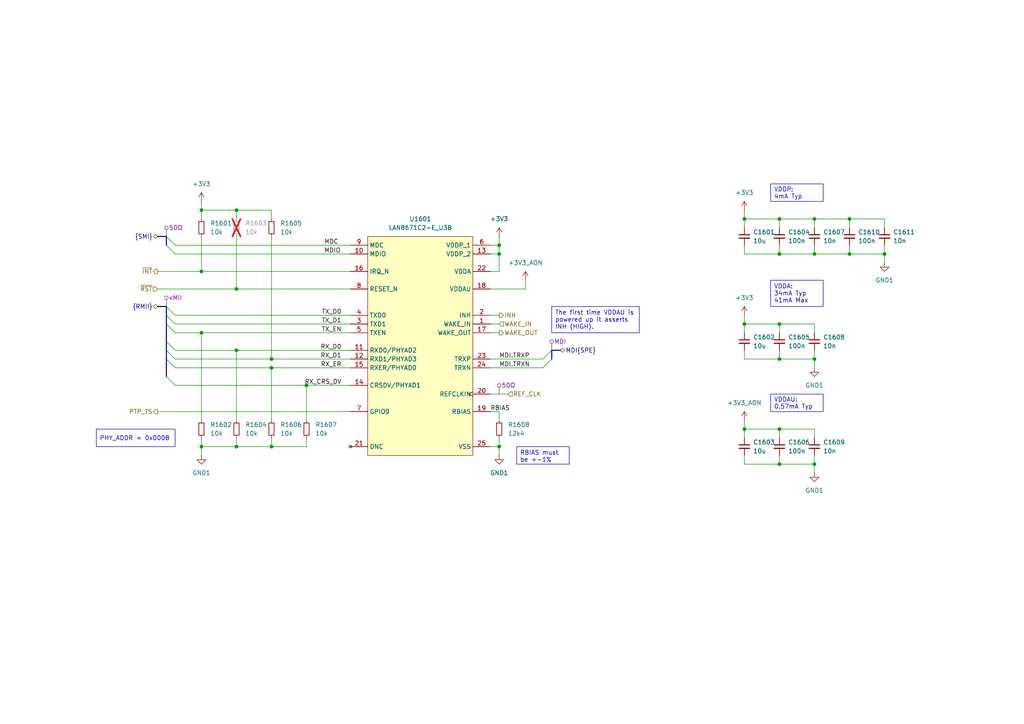
<source format=kicad_sch>
(kicad_sch
	(version 20250114)
	(generator "eeschema")
	(generator_version "9.0")
	(uuid "84d038d6-718d-45e3-b6b8-dc94c586d07e")
	(paper "A4")
	(title_block
		(title "10BASE-T1S PHY")
		(date "2025-06-30")
	)
	(lib_symbols
		(symbol "Device:C_Small"
			(pin_numbers
				(hide yes)
			)
			(pin_names
				(offset 0.254)
				(hide yes)
			)
			(exclude_from_sim no)
			(in_bom yes)
			(on_board yes)
			(property "Reference" "C"
				(at 0.254 1.778 0)
				(effects
					(font
						(size 1.27 1.27)
					)
					(justify left)
				)
			)
			(property "Value" "C_Small"
				(at 0.254 -2.032 0)
				(effects
					(font
						(size 1.27 1.27)
					)
					(justify left)
				)
			)
			(property "Footprint" ""
				(at 0 0 0)
				(effects
					(font
						(size 1.27 1.27)
					)
					(hide yes)
				)
			)
			(property "Datasheet" "~"
				(at 0 0 0)
				(effects
					(font
						(size 1.27 1.27)
					)
					(hide yes)
				)
			)
			(property "Description" "Unpolarized capacitor, small symbol"
				(at 0 0 0)
				(effects
					(font
						(size 1.27 1.27)
					)
					(hide yes)
				)
			)
			(property "ki_keywords" "capacitor cap"
				(at 0 0 0)
				(effects
					(font
						(size 1.27 1.27)
					)
					(hide yes)
				)
			)
			(property "ki_fp_filters" "C_*"
				(at 0 0 0)
				(effects
					(font
						(size 1.27 1.27)
					)
					(hide yes)
				)
			)
			(symbol "C_Small_0_1"
				(polyline
					(pts
						(xy -1.524 0.508) (xy 1.524 0.508)
					)
					(stroke
						(width 0.3048)
						(type default)
					)
					(fill
						(type none)
					)
				)
				(polyline
					(pts
						(xy -1.524 -0.508) (xy 1.524 -0.508)
					)
					(stroke
						(width 0.3302)
						(type default)
					)
					(fill
						(type none)
					)
				)
			)
			(symbol "C_Small_1_1"
				(pin passive line
					(at 0 2.54 270)
					(length 2.032)
					(name "~"
						(effects
							(font
								(size 1.27 1.27)
							)
						)
					)
					(number "1"
						(effects
							(font
								(size 1.27 1.27)
							)
						)
					)
				)
				(pin passive line
					(at 0 -2.54 90)
					(length 2.032)
					(name "~"
						(effects
							(font
								(size 1.27 1.27)
							)
						)
					)
					(number "2"
						(effects
							(font
								(size 1.27 1.27)
							)
						)
					)
				)
			)
			(embedded_fonts no)
		)
		(symbol "Device:R_Small"
			(pin_numbers
				(hide yes)
			)
			(pin_names
				(offset 0.254)
				(hide yes)
			)
			(exclude_from_sim no)
			(in_bom yes)
			(on_board yes)
			(property "Reference" "R"
				(at 0 0 90)
				(effects
					(font
						(size 1.016 1.016)
					)
				)
			)
			(property "Value" "R_Small"
				(at 1.778 0 90)
				(effects
					(font
						(size 1.27 1.27)
					)
				)
			)
			(property "Footprint" ""
				(at 0 0 0)
				(effects
					(font
						(size 1.27 1.27)
					)
					(hide yes)
				)
			)
			(property "Datasheet" "~"
				(at 0 0 0)
				(effects
					(font
						(size 1.27 1.27)
					)
					(hide yes)
				)
			)
			(property "Description" "Resistor, small symbol"
				(at 0 0 0)
				(effects
					(font
						(size 1.27 1.27)
					)
					(hide yes)
				)
			)
			(property "ki_keywords" "R resistor"
				(at 0 0 0)
				(effects
					(font
						(size 1.27 1.27)
					)
					(hide yes)
				)
			)
			(property "ki_fp_filters" "R_*"
				(at 0 0 0)
				(effects
					(font
						(size 1.27 1.27)
					)
					(hide yes)
				)
			)
			(symbol "R_Small_0_1"
				(rectangle
					(start -0.762 1.778)
					(end 0.762 -1.778)
					(stroke
						(width 0.2032)
						(type default)
					)
					(fill
						(type none)
					)
				)
			)
			(symbol "R_Small_1_1"
				(pin passive line
					(at 0 2.54 270)
					(length 0.762)
					(name "~"
						(effects
							(font
								(size 1.27 1.27)
							)
						)
					)
					(number "1"
						(effects
							(font
								(size 1.27 1.27)
							)
						)
					)
				)
				(pin passive line
					(at 0 -2.54 90)
					(length 0.762)
					(name "~"
						(effects
							(font
								(size 1.27 1.27)
							)
						)
					)
					(number "2"
						(effects
							(font
								(size 1.27 1.27)
							)
						)
					)
				)
			)
			(embedded_fonts no)
		)
		(symbol "ETH-PHY:LAN8671C2-E_U3B"
			(exclude_from_sim no)
			(in_bom yes)
			(on_board yes)
			(property "Reference" "U"
				(at 0 5.08 0)
				(effects
					(font
						(size 1.27 1.27)
					)
				)
			)
			(property "Value" "LAN8671C2-E_U3B"
				(at 0 2.54 0)
				(effects
					(font
						(size 1.27 1.27)
					)
				)
			)
			(property "Footprint" "project_footprints:QFN50P400X400X100-25N-D"
				(at 41.91 -82.22 0)
				(effects
					(font
						(size 1.27 1.27)
					)
					(justify left top)
					(hide yes)
				)
			)
			(property "Datasheet" "https://ww1.microchip.com/downloads/aemDocuments/documents/AIS/ProductDocuments/DataSheets/LAN8670-1-2-Data-Sheet-60001573.pdf"
				(at 41.91 -182.22 0)
				(effects
					(font
						(size 1.27 1.27)
					)
					(justify left top)
					(hide yes)
				)
			)
			(property "Description" "1/1 Transceiver Full, Half Ethernet 24-VQFN (4x4)"
				(at 0 -66.04 0)
				(effects
					(font
						(size 1.27 1.27)
					)
					(hide yes)
				)
			)
			(property "Height" "1"
				(at 41.91 -382.22 0)
				(effects
					(font
						(size 1.27 1.27)
					)
					(justify left top)
					(hide yes)
				)
			)
			(property "Mouser Part Number" "579-LAN8671C2-E/U3B"
				(at 41.91 -482.22 0)
				(effects
					(font
						(size 1.27 1.27)
					)
					(justify left top)
					(hide yes)
				)
			)
			(property "Mouser Price/Stock" "https://www.mouser.co.uk/ProductDetail/Microchip-Technology/LAN8671C2-E-U3B?qs=mELouGlnn3fRa7uBhqlUYg%3D%3D"
				(at 41.91 -582.22 0)
				(effects
					(font
						(size 1.27 1.27)
					)
					(justify left top)
					(hide yes)
				)
			)
			(property "Manufacturer_Name" "Microchip"
				(at 41.91 -682.22 0)
				(effects
					(font
						(size 1.27 1.27)
					)
					(justify left top)
					(hide yes)
				)
			)
			(property "Manufacturer_Part_Number" "LAN8671C2-E/U3B"
				(at 41.91 -782.22 0)
				(effects
					(font
						(size 1.27 1.27)
					)
					(justify left top)
					(hide yes)
				)
			)
			(symbol "LAN8671C2-E_U3B_1_1"
				(rectangle
					(start -15.24 0)
					(end 15.24 -63.5)
					(stroke
						(width 0)
						(type solid)
					)
					(fill
						(type background)
					)
				)
				(pin input line
					(at -20.32 -2.54 0)
					(length 5.08)
					(name "MDC"
						(effects
							(font
								(size 1.27 1.27)
							)
						)
					)
					(number "9"
						(effects
							(font
								(size 1.27 1.27)
							)
						)
					)
				)
				(pin bidirectional line
					(at -20.32 -5.08 0)
					(length 5.08)
					(name "MDIO"
						(effects
							(font
								(size 1.27 1.27)
							)
						)
					)
					(number "10"
						(effects
							(font
								(size 1.27 1.27)
							)
						)
					)
				)
				(pin output line
					(at -20.32 -10.16 0)
					(length 5.08)
					(name "IRQ_N"
						(effects
							(font
								(size 1.27 1.27)
							)
						)
					)
					(number "16"
						(effects
							(font
								(size 1.27 1.27)
							)
						)
					)
				)
				(pin input line
					(at -20.32 -15.24 0)
					(length 5.08)
					(name "RESET_N"
						(effects
							(font
								(size 1.27 1.27)
							)
						)
					)
					(number "8"
						(effects
							(font
								(size 1.27 1.27)
							)
						)
					)
				)
				(pin input line
					(at -20.32 -22.86 0)
					(length 5.08)
					(name "TXD0"
						(effects
							(font
								(size 1.27 1.27)
							)
						)
					)
					(number "4"
						(effects
							(font
								(size 1.27 1.27)
							)
						)
					)
				)
				(pin input line
					(at -20.32 -25.4 0)
					(length 5.08)
					(name "TXD1"
						(effects
							(font
								(size 1.27 1.27)
							)
						)
					)
					(number "3"
						(effects
							(font
								(size 1.27 1.27)
							)
						)
					)
				)
				(pin input line
					(at -20.32 -27.94 0)
					(length 5.08)
					(name "TXEN"
						(effects
							(font
								(size 1.27 1.27)
							)
						)
					)
					(number "5"
						(effects
							(font
								(size 1.27 1.27)
							)
						)
					)
				)
				(pin output line
					(at -20.32 -33.02 0)
					(length 5.08)
					(name "RXD0/PHYAD2"
						(effects
							(font
								(size 1.27 1.27)
							)
						)
					)
					(number "11"
						(effects
							(font
								(size 1.27 1.27)
							)
						)
					)
				)
				(pin output line
					(at -20.32 -35.56 0)
					(length 5.08)
					(name "RXD1/PHYAD3"
						(effects
							(font
								(size 1.27 1.27)
							)
						)
					)
					(number "12"
						(effects
							(font
								(size 1.27 1.27)
							)
						)
					)
				)
				(pin output line
					(at -20.32 -38.1 0)
					(length 5.08)
					(name "RXER/PHYAD0"
						(effects
							(font
								(size 1.27 1.27)
							)
						)
					)
					(number "15"
						(effects
							(font
								(size 1.27 1.27)
							)
						)
					)
				)
				(pin output line
					(at -20.32 -43.18 0)
					(length 5.08)
					(name "CRSDV/PHYAD1"
						(effects
							(font
								(size 1.27 1.27)
							)
						)
					)
					(number "14"
						(effects
							(font
								(size 1.27 1.27)
							)
						)
					)
				)
				(pin bidirectional line
					(at -20.32 -50.8 0)
					(length 5.08)
					(name "GPIO0"
						(effects
							(font
								(size 1.27 1.27)
							)
						)
					)
					(number "7"
						(effects
							(font
								(size 1.27 1.27)
							)
						)
					)
				)
				(pin no_connect line
					(at -20.32 -60.96 0)
					(length 5.08)
					(name "DNC"
						(effects
							(font
								(size 1.27 1.27)
							)
						)
					)
					(number "21"
						(effects
							(font
								(size 1.27 1.27)
							)
						)
					)
				)
				(pin power_in line
					(at 20.32 -2.54 180)
					(length 5.08)
					(name "VDDP_1"
						(effects
							(font
								(size 1.27 1.27)
							)
						)
					)
					(number "6"
						(effects
							(font
								(size 1.27 1.27)
							)
						)
					)
				)
				(pin power_in line
					(at 20.32 -5.08 180)
					(length 5.08)
					(name "VDDP_2"
						(effects
							(font
								(size 1.27 1.27)
							)
						)
					)
					(number "13"
						(effects
							(font
								(size 1.27 1.27)
							)
						)
					)
				)
				(pin power_in line
					(at 20.32 -10.16 180)
					(length 5.08)
					(name "VDDA"
						(effects
							(font
								(size 1.27 1.27)
							)
						)
					)
					(number "22"
						(effects
							(font
								(size 1.27 1.27)
							)
						)
					)
				)
				(pin power_in line
					(at 20.32 -15.24 180)
					(length 5.08)
					(name "VDDAU"
						(effects
							(font
								(size 1.27 1.27)
							)
						)
					)
					(number "18"
						(effects
							(font
								(size 1.27 1.27)
							)
						)
					)
				)
				(pin output line
					(at 20.32 -22.86 180)
					(length 5.08)
					(name "INH"
						(effects
							(font
								(size 1.27 1.27)
							)
						)
					)
					(number "2"
						(effects
							(font
								(size 1.27 1.27)
							)
						)
					)
				)
				(pin input line
					(at 20.32 -25.4 180)
					(length 5.08)
					(name "WAKE_IN"
						(effects
							(font
								(size 1.27 1.27)
							)
						)
					)
					(number "1"
						(effects
							(font
								(size 1.27 1.27)
							)
						)
					)
				)
				(pin output line
					(at 20.32 -27.94 180)
					(length 5.08)
					(name "WAKE_OUT"
						(effects
							(font
								(size 1.27 1.27)
							)
						)
					)
					(number "17"
						(effects
							(font
								(size 1.27 1.27)
							)
						)
					)
				)
				(pin bidirectional line
					(at 20.32 -35.56 180)
					(length 5.08)
					(name "TRXP"
						(effects
							(font
								(size 1.27 1.27)
							)
						)
					)
					(number "23"
						(effects
							(font
								(size 1.27 1.27)
							)
						)
					)
				)
				(pin bidirectional line
					(at 20.32 -38.1 180)
					(length 5.08)
					(name "TRXN"
						(effects
							(font
								(size 1.27 1.27)
							)
						)
					)
					(number "24"
						(effects
							(font
								(size 1.27 1.27)
							)
						)
					)
				)
				(pin input clock
					(at 20.32 -45.72 180)
					(length 5.08)
					(name "REFCLKIN"
						(effects
							(font
								(size 1.27 1.27)
							)
						)
					)
					(number "20"
						(effects
							(font
								(size 1.27 1.27)
							)
						)
					)
				)
				(pin passive line
					(at 20.32 -50.8 180)
					(length 5.08)
					(name "RBIAS"
						(effects
							(font
								(size 1.27 1.27)
							)
						)
					)
					(number "19"
						(effects
							(font
								(size 1.27 1.27)
							)
						)
					)
				)
				(pin passive line
					(at 20.32 -60.96 180)
					(length 5.08)
					(name "VSS"
						(effects
							(font
								(size 1.27 1.27)
							)
						)
					)
					(number "25"
						(effects
							(font
								(size 1.27 1.27)
							)
						)
					)
				)
			)
			(embedded_fonts no)
		)
		(symbol "PWR-SYM:+3V3_AON"
			(power)
			(pin_numbers
				(hide yes)
			)
			(pin_names
				(offset 0)
				(hide yes)
			)
			(exclude_from_sim no)
			(in_bom yes)
			(on_board yes)
			(property "Reference" "#PWR"
				(at 0 -3.81 0)
				(effects
					(font
						(size 1.27 1.27)
					)
					(hide yes)
				)
			)
			(property "Value" "+3V3_AON"
				(at 0 3.556 0)
				(effects
					(font
						(size 1.27 1.27)
					)
				)
			)
			(property "Footprint" ""
				(at 0 0 0)
				(effects
					(font
						(size 1.27 1.27)
					)
					(hide yes)
				)
			)
			(property "Datasheet" ""
				(at 0 0 0)
				(effects
					(font
						(size 1.27 1.27)
					)
					(hide yes)
				)
			)
			(property "Description" "Power symbol creates a global label with name \"+3V3_AON\""
				(at 0 0 0)
				(effects
					(font
						(size 1.27 1.27)
					)
					(hide yes)
				)
			)
			(property "ki_keywords" "global power"
				(at 0 0 0)
				(effects
					(font
						(size 1.27 1.27)
					)
					(hide yes)
				)
			)
			(symbol "+3V3_AON_0_1"
				(polyline
					(pts
						(xy -0.762 1.27) (xy 0 2.54)
					)
					(stroke
						(width 0)
						(type default)
					)
					(fill
						(type none)
					)
				)
				(polyline
					(pts
						(xy 0 2.54) (xy 0.762 1.27)
					)
					(stroke
						(width 0)
						(type default)
					)
					(fill
						(type none)
					)
				)
				(polyline
					(pts
						(xy 0 0) (xy 0 2.54)
					)
					(stroke
						(width 0)
						(type default)
					)
					(fill
						(type none)
					)
				)
			)
			(symbol "+3V3_AON_1_1"
				(pin power_in line
					(at 0 0 90)
					(length 0)
					(name "~"
						(effects
							(font
								(size 1.27 1.27)
							)
						)
					)
					(number "1"
						(effects
							(font
								(size 1.27 1.27)
							)
						)
					)
				)
			)
			(embedded_fonts no)
		)
		(symbol "power:+3V3"
			(power)
			(pin_numbers
				(hide yes)
			)
			(pin_names
				(offset 0)
				(hide yes)
			)
			(exclude_from_sim no)
			(in_bom yes)
			(on_board yes)
			(property "Reference" "#PWR"
				(at 0 -3.81 0)
				(effects
					(font
						(size 1.27 1.27)
					)
					(hide yes)
				)
			)
			(property "Value" "+3V3"
				(at 0 3.556 0)
				(effects
					(font
						(size 1.27 1.27)
					)
				)
			)
			(property "Footprint" ""
				(at 0 0 0)
				(effects
					(font
						(size 1.27 1.27)
					)
					(hide yes)
				)
			)
			(property "Datasheet" ""
				(at 0 0 0)
				(effects
					(font
						(size 1.27 1.27)
					)
					(hide yes)
				)
			)
			(property "Description" "Power symbol creates a global label with name \"+3V3\""
				(at 0 0 0)
				(effects
					(font
						(size 1.27 1.27)
					)
					(hide yes)
				)
			)
			(property "ki_keywords" "global power"
				(at 0 0 0)
				(effects
					(font
						(size 1.27 1.27)
					)
					(hide yes)
				)
			)
			(symbol "+3V3_0_1"
				(polyline
					(pts
						(xy -0.762 1.27) (xy 0 2.54)
					)
					(stroke
						(width 0)
						(type default)
					)
					(fill
						(type none)
					)
				)
				(polyline
					(pts
						(xy 0 2.54) (xy 0.762 1.27)
					)
					(stroke
						(width 0)
						(type default)
					)
					(fill
						(type none)
					)
				)
				(polyline
					(pts
						(xy 0 0) (xy 0 2.54)
					)
					(stroke
						(width 0)
						(type default)
					)
					(fill
						(type none)
					)
				)
			)
			(symbol "+3V3_1_1"
				(pin power_in line
					(at 0 0 90)
					(length 0)
					(name "~"
						(effects
							(font
								(size 1.27 1.27)
							)
						)
					)
					(number "1"
						(effects
							(font
								(size 1.27 1.27)
							)
						)
					)
				)
			)
			(embedded_fonts no)
		)
		(symbol "power:GND1"
			(power)
			(pin_numbers
				(hide yes)
			)
			(pin_names
				(offset 0)
				(hide yes)
			)
			(exclude_from_sim no)
			(in_bom yes)
			(on_board yes)
			(property "Reference" "#PWR"
				(at 0 -6.35 0)
				(effects
					(font
						(size 1.27 1.27)
					)
					(hide yes)
				)
			)
			(property "Value" "GND1"
				(at 0 -3.81 0)
				(effects
					(font
						(size 1.27 1.27)
					)
				)
			)
			(property "Footprint" ""
				(at 0 0 0)
				(effects
					(font
						(size 1.27 1.27)
					)
					(hide yes)
				)
			)
			(property "Datasheet" ""
				(at 0 0 0)
				(effects
					(font
						(size 1.27 1.27)
					)
					(hide yes)
				)
			)
			(property "Description" "Power symbol creates a global label with name \"GND1\" , ground"
				(at 0 0 0)
				(effects
					(font
						(size 1.27 1.27)
					)
					(hide yes)
				)
			)
			(property "ki_keywords" "global power"
				(at 0 0 0)
				(effects
					(font
						(size 1.27 1.27)
					)
					(hide yes)
				)
			)
			(symbol "GND1_0_1"
				(polyline
					(pts
						(xy 0 0) (xy 0 -1.27) (xy 1.27 -1.27) (xy 0 -2.54) (xy -1.27 -1.27) (xy 0 -1.27)
					)
					(stroke
						(width 0)
						(type default)
					)
					(fill
						(type none)
					)
				)
			)
			(symbol "GND1_1_1"
				(pin power_in line
					(at 0 0 270)
					(length 0)
					(name "~"
						(effects
							(font
								(size 1.27 1.27)
							)
						)
					)
					(number "1"
						(effects
							(font
								(size 1.27 1.27)
							)
						)
					)
				)
			)
			(embedded_fonts no)
		)
	)
	(text_box "VDDA:\n34mA Typ\n41mA Max"
		(exclude_from_sim no)
		(at 223.52 81.28 0)
		(size 15.24 7.62)
		(margins 0.9525 0.9525 0.9525 0.9525)
		(stroke
			(width 0)
			(type solid)
		)
		(fill
			(type none)
		)
		(effects
			(font
				(size 1.27 1.27)
			)
			(justify left top)
		)
		(uuid "00ba29a3-1d6c-4fb6-9a34-b473ef01722f")
	)
	(text_box "PHY_ADDR = 0x0008"
		(exclude_from_sim no)
		(at 27.94 124.46 0)
		(size 22.86 5.08)
		(margins 0.9525 0.9525 0.9525 0.9525)
		(stroke
			(width 0)
			(type solid)
		)
		(fill
			(type none)
		)
		(effects
			(font
				(size 1.27 1.27)
			)
			(justify left)
		)
		(uuid "1335104b-56a9-40f2-a148-6dea9b439e5e")
	)
	(text_box "VDDP:\n4mA Typ"
		(exclude_from_sim no)
		(at 223.52 53.34 0)
		(size 15.24 5.08)
		(margins 0.9525 0.9525 0.9525 0.9525)
		(stroke
			(width 0)
			(type solid)
		)
		(fill
			(type none)
		)
		(effects
			(font
				(size 1.27 1.27)
			)
			(justify left)
		)
		(uuid "3b5c1eb9-a224-4e65-8b33-1c9151e1a131")
	)
	(text_box "The first time VDDAU is powered up it asserts INH (HIGH)."
		(exclude_from_sim no)
		(at 160.02 88.9 0)
		(size 25.4 7.62)
		(margins 0.9525 0.9525 0.9525 0.9525)
		(stroke
			(width 0)
			(type solid)
		)
		(fill
			(type none)
		)
		(effects
			(font
				(size 1.27 1.27)
			)
			(justify left top)
		)
		(uuid "988dd5ae-994c-4e70-9e16-9e1e60a1d4c8")
	)
	(text_box "VDDAU:\n0.57mA Typ"
		(exclude_from_sim no)
		(at 223.52 114.3 0)
		(size 15.24 5.08)
		(margins 0.9525 0.9525 0.9525 0.9525)
		(stroke
			(width 0)
			(type solid)
		)
		(fill
			(type none)
		)
		(effects
			(font
				(size 1.27 1.27)
			)
			(justify left)
		)
		(uuid "af122bf7-bdb2-4b45-8951-58fbea224f12")
	)
	(text_box "RBIAS must be +-1%"
		(exclude_from_sim no)
		(at 149.86 129.54 0)
		(size 15.24 5.08)
		(margins 0.9525 0.9525 0.9525 0.9525)
		(stroke
			(width 0)
			(type solid)
		)
		(fill
			(type none)
		)
		(effects
			(font
				(size 1.27 1.27)
			)
			(justify left top)
		)
		(uuid "b509f13b-9528-4ddc-bffa-afa09e6b8ba0")
	)
	(junction
		(at 226.06 124.46)
		(diameter 0)
		(color 0 0 0 0)
		(uuid "04fd780a-f1e7-46d1-9f43-641920b17ca4")
	)
	(junction
		(at 236.22 134.62)
		(diameter 0)
		(color 0 0 0 0)
		(uuid "2af2b2eb-f4af-4380-bc4d-cc48d6944db7")
	)
	(junction
		(at 236.22 104.14)
		(diameter 0)
		(color 0 0 0 0)
		(uuid "2d107cb5-42bf-427d-81a5-d4f12291455e")
	)
	(junction
		(at 68.58 129.54)
		(diameter 0)
		(color 0 0 0 0)
		(uuid "375749cc-d3f1-4902-889f-477ba3333578")
	)
	(junction
		(at 246.38 63.5)
		(diameter 0)
		(color 0 0 0 0)
		(uuid "3d5c422c-fd4c-47fd-b141-db0a9e4f6ec2")
	)
	(junction
		(at 256.54 73.66)
		(diameter 0)
		(color 0 0 0 0)
		(uuid "3f0e934a-c61d-4601-a3a0-7b0c14a64107")
	)
	(junction
		(at 68.58 60.96)
		(diameter 0)
		(color 0 0 0 0)
		(uuid "3f7554db-534a-434e-9359-568dcecba739")
	)
	(junction
		(at 144.78 73.66)
		(diameter 0)
		(color 0 0 0 0)
		(uuid "4775b78b-b971-4b87-b7ae-87842778c7a1")
	)
	(junction
		(at 68.58 101.6)
		(diameter 0)
		(color 0 0 0 0)
		(uuid "49053f9b-6ab6-4981-9d25-d0ecfaa7fa8d")
	)
	(junction
		(at 226.06 104.14)
		(diameter 0)
		(color 0 0 0 0)
		(uuid "4d8b0da6-fcac-4ac3-a3ad-ac816a13f7ed")
	)
	(junction
		(at 144.78 71.12)
		(diameter 0)
		(color 0 0 0 0)
		(uuid "502b879a-134e-469c-9bec-f09fdf09a607")
	)
	(junction
		(at 226.06 63.5)
		(diameter 0)
		(color 0 0 0 0)
		(uuid "58e454ad-3295-40fc-a4b4-d79869487694")
	)
	(junction
		(at 226.06 93.98)
		(diameter 0)
		(color 0 0 0 0)
		(uuid "5bb63df3-c75d-4cd7-9d8c-73337d507b40")
	)
	(junction
		(at 215.9 93.98)
		(diameter 0)
		(color 0 0 0 0)
		(uuid "5c5840d9-d4be-49c2-bf07-8262c534e805")
	)
	(junction
		(at 144.78 129.54)
		(diameter 0)
		(color 0 0 0 0)
		(uuid "75ba3d74-f13a-47bd-be57-6aeef89ce2c3")
	)
	(junction
		(at 215.9 63.5)
		(diameter 0)
		(color 0 0 0 0)
		(uuid "816cdd13-f2f3-4869-8f7b-d7e24bd29eed")
	)
	(junction
		(at 58.42 60.96)
		(diameter 0)
		(color 0 0 0 0)
		(uuid "87562435-cf7f-46d7-980a-5a03075d5e1c")
	)
	(junction
		(at 226.06 134.62)
		(diameter 0)
		(color 0 0 0 0)
		(uuid "8864e95b-56e2-43a6-9ade-9f3be89d9b91")
	)
	(junction
		(at 68.58 83.82)
		(diameter 0)
		(color 0 0 0 0)
		(uuid "a06b3570-e445-43c2-b60f-3c4dea1039f4")
	)
	(junction
		(at 215.9 124.46)
		(diameter 0)
		(color 0 0 0 0)
		(uuid "a4d0beac-845f-4696-b6bc-d3d776068617")
	)
	(junction
		(at 78.74 106.68)
		(diameter 0)
		(color 0 0 0 0)
		(uuid "b0bbbb5b-2d2d-495d-8076-a9010c5f7873")
	)
	(junction
		(at 236.22 63.5)
		(diameter 0)
		(color 0 0 0 0)
		(uuid "bed27851-ab43-4bdf-905a-6a862dc91274")
	)
	(junction
		(at 78.74 129.54)
		(diameter 0)
		(color 0 0 0 0)
		(uuid "c74f5b14-d94d-482c-a734-06113d1f6b26")
	)
	(junction
		(at 78.74 104.14)
		(diameter 0)
		(color 0 0 0 0)
		(uuid "c8752ead-61d5-4105-b647-7533e67ee347")
	)
	(junction
		(at 236.22 73.66)
		(diameter 0)
		(color 0 0 0 0)
		(uuid "d58c67e1-d657-4c1e-acb6-a0abdc68fc38")
	)
	(junction
		(at 88.9 111.76)
		(diameter 0)
		(color 0 0 0 0)
		(uuid "e00ac124-9baf-4c49-b22e-780afea0b8e2")
	)
	(junction
		(at 58.42 129.54)
		(diameter 0)
		(color 0 0 0 0)
		(uuid "eae0b7eb-fe5a-418d-bd30-2c39ff5557d1")
	)
	(junction
		(at 226.06 73.66)
		(diameter 0)
		(color 0 0 0 0)
		(uuid "ecc824c0-bf92-4894-b631-25b7a696fec6")
	)
	(junction
		(at 246.38 73.66)
		(diameter 0)
		(color 0 0 0 0)
		(uuid "edac9b9b-a804-43e1-b05d-1cd07116984c")
	)
	(junction
		(at 58.42 96.52)
		(diameter 0)
		(color 0 0 0 0)
		(uuid "f712e5b2-4f86-4d95-8626-758071936afd")
	)
	(junction
		(at 58.42 78.74)
		(diameter 0)
		(color 0 0 0 0)
		(uuid "fb411979-3e20-42d5-aacb-c63bff626364")
	)
	(bus_entry
		(at 48.26 91.44)
		(size 2.54 2.54)
		(stroke
			(width 0)
			(type default)
		)
		(uuid "1283671f-035f-4612-9f6d-2107cb5c94db")
	)
	(bus_entry
		(at 48.26 93.98)
		(size 2.54 2.54)
		(stroke
			(width 0)
			(type default)
		)
		(uuid "1a89118c-e444-4c71-b0db-bea4a0df979c")
	)
	(bus_entry
		(at 48.26 68.58)
		(size 2.54 2.54)
		(stroke
			(width 0)
			(type default)
		)
		(uuid "42b827e9-c9d9-4fe0-a09b-452d86d3303e")
	)
	(bus_entry
		(at 48.26 88.9)
		(size 2.54 2.54)
		(stroke
			(width 0)
			(type default)
		)
		(uuid "67096ea0-e808-4ac4-8494-daff08a1e315")
	)
	(bus_entry
		(at 48.26 101.6)
		(size 2.54 2.54)
		(stroke
			(width 0)
			(type default)
		)
		(uuid "922b469b-1938-4794-8927-1838d89b52b8")
	)
	(bus_entry
		(at 160.02 101.6)
		(size -2.54 2.54)
		(stroke
			(width 0)
			(type default)
		)
		(uuid "9e82f75d-8e68-41b1-bf71-a30b62687377")
	)
	(bus_entry
		(at 160.02 104.14)
		(size -2.54 2.54)
		(stroke
			(width 0)
			(type default)
		)
		(uuid "a37ba46c-4167-4b7e-835b-38fd4eb097d2")
	)
	(bus_entry
		(at 48.26 99.06)
		(size 2.54 2.54)
		(stroke
			(width 0)
			(type default)
		)
		(uuid "bc70ab9b-2455-4729-8bff-c81379dfbfbc")
	)
	(bus_entry
		(at 48.26 71.12)
		(size 2.54 2.54)
		(stroke
			(width 0)
			(type default)
		)
		(uuid "c95a8092-e954-4cf7-9a5c-678f6a99d607")
	)
	(bus_entry
		(at 48.26 109.22)
		(size 2.54 2.54)
		(stroke
			(width 0)
			(type default)
		)
		(uuid "d6e259e4-9eb7-4603-b3f5-2a595ae3bb9b")
	)
	(bus_entry
		(at 48.26 104.14)
		(size 2.54 2.54)
		(stroke
			(width 0)
			(type default)
		)
		(uuid "db472678-acf6-477a-9a30-25a11ebdf8ed")
	)
	(wire
		(pts
			(xy 101.6 93.98) (xy 50.8 93.98)
		)
		(stroke
			(width 0)
			(type default)
		)
		(uuid "001bb9e4-8555-4b26-84a9-fc1be61fc94c")
	)
	(wire
		(pts
			(xy 226.06 104.14) (xy 226.06 101.6)
		)
		(stroke
			(width 0)
			(type default)
		)
		(uuid "012f3c53-57f6-4bff-9fa2-d17e264c9dd3")
	)
	(wire
		(pts
			(xy 68.58 101.6) (xy 68.58 121.92)
		)
		(stroke
			(width 0)
			(type default)
		)
		(uuid "014caf00-c0a7-440e-8944-8574cd5eb8e0")
	)
	(wire
		(pts
			(xy 142.24 83.82) (xy 152.4 83.82)
		)
		(stroke
			(width 0)
			(type default)
		)
		(uuid "0460db1d-516d-4b25-9f47-9f7802c94439")
	)
	(wire
		(pts
			(xy 236.22 93.98) (xy 236.22 96.52)
		)
		(stroke
			(width 0)
			(type default)
		)
		(uuid "07f3f97f-fee2-4cc9-b328-d5bb119b5ece")
	)
	(wire
		(pts
			(xy 78.74 106.68) (xy 50.8 106.68)
		)
		(stroke
			(width 0)
			(type default)
		)
		(uuid "08c32e3b-e16f-4dbe-a4ea-f5fada97d007")
	)
	(bus
		(pts
			(xy 48.26 88.9) (xy 48.26 91.44)
		)
		(stroke
			(width 0)
			(type default)
		)
		(uuid "0a0de0b4-60f8-4cbe-b189-343a59952e8c")
	)
	(wire
		(pts
			(xy 142.24 106.68) (xy 157.48 106.68)
		)
		(stroke
			(width 0)
			(type default)
		)
		(uuid "0a13aa55-4a5e-422f-b3b8-0b782577da3c")
	)
	(wire
		(pts
			(xy 215.9 91.44) (xy 215.9 93.98)
		)
		(stroke
			(width 0)
			(type default)
		)
		(uuid "0cd13df4-9925-41eb-9d42-f894d2c2c7fb")
	)
	(wire
		(pts
			(xy 78.74 60.96) (xy 78.74 63.5)
		)
		(stroke
			(width 0)
			(type default)
		)
		(uuid "0d83ec73-97f8-4698-8f68-a7e6f4f5c87b")
	)
	(wire
		(pts
			(xy 50.8 96.52) (xy 58.42 96.52)
		)
		(stroke
			(width 0)
			(type default)
		)
		(uuid "10151d55-961b-4608-a4de-ef4041678b8f")
	)
	(wire
		(pts
			(xy 226.06 73.66) (xy 226.06 71.12)
		)
		(stroke
			(width 0)
			(type default)
		)
		(uuid "1831fabc-7ecd-4aae-bcb4-f4a94a3e8072")
	)
	(wire
		(pts
			(xy 142.24 73.66) (xy 144.78 73.66)
		)
		(stroke
			(width 0)
			(type default)
		)
		(uuid "188ef642-ffde-400b-9942-51e64a5e44c0")
	)
	(wire
		(pts
			(xy 58.42 129.54) (xy 68.58 129.54)
		)
		(stroke
			(width 0)
			(type default)
		)
		(uuid "1bd66bed-1a74-407a-a68a-b256c4da1adc")
	)
	(wire
		(pts
			(xy 88.9 129.54) (xy 78.74 129.54)
		)
		(stroke
			(width 0)
			(type default)
		)
		(uuid "1e1a77b8-b095-45ee-96f8-63c72cd93e19")
	)
	(wire
		(pts
			(xy 78.74 106.68) (xy 78.74 121.92)
		)
		(stroke
			(width 0)
			(type default)
		)
		(uuid "1f1b83a8-9745-433e-8478-82618823c4bb")
	)
	(wire
		(pts
			(xy 101.6 119.38) (xy 45.72 119.38)
		)
		(stroke
			(width 0)
			(type default)
		)
		(uuid "219755c2-1d4f-46b3-a770-a0828667b772")
	)
	(wire
		(pts
			(xy 144.78 129.54) (xy 144.78 132.08)
		)
		(stroke
			(width 0)
			(type default)
		)
		(uuid "21ee18fa-ef85-4f50-8482-f6375d0f9a9e")
	)
	(wire
		(pts
			(xy 68.58 129.54) (xy 78.74 129.54)
		)
		(stroke
			(width 0)
			(type default)
		)
		(uuid "227d9cd2-d952-4d92-86a5-09e81110d879")
	)
	(wire
		(pts
			(xy 236.22 134.62) (xy 236.22 132.08)
		)
		(stroke
			(width 0)
			(type default)
		)
		(uuid "22b5adef-9416-42f7-9f26-9c55bcb614e5")
	)
	(wire
		(pts
			(xy 256.54 73.66) (xy 256.54 76.2)
		)
		(stroke
			(width 0)
			(type default)
		)
		(uuid "22f2b042-e8cb-4ec6-ab74-55d415aff36c")
	)
	(bus
		(pts
			(xy 48.26 68.58) (xy 48.26 71.12)
		)
		(stroke
			(width 0)
			(type default)
		)
		(uuid "23000ad0-20a7-4ded-b804-5ff42baa0ec1")
	)
	(wire
		(pts
			(xy 246.38 63.5) (xy 256.54 63.5)
		)
		(stroke
			(width 0)
			(type default)
		)
		(uuid "2a457b7c-08ae-4685-ab42-87bdde00ca86")
	)
	(wire
		(pts
			(xy 144.78 78.74) (xy 142.24 78.74)
		)
		(stroke
			(width 0)
			(type default)
		)
		(uuid "2b1bc22a-07c4-4fbf-a46e-c2deb3bd2bfa")
	)
	(wire
		(pts
			(xy 68.58 127) (xy 68.58 129.54)
		)
		(stroke
			(width 0)
			(type default)
		)
		(uuid "2b2183b6-6c5b-4ee6-8015-f7bbeb48cf67")
	)
	(wire
		(pts
			(xy 215.9 121.92) (xy 215.9 124.46)
		)
		(stroke
			(width 0)
			(type default)
		)
		(uuid "2d5c9f9c-5a61-4adb-86f9-416a5ee8e473")
	)
	(wire
		(pts
			(xy 58.42 60.96) (xy 68.58 60.96)
		)
		(stroke
			(width 0)
			(type default)
		)
		(uuid "35994d37-363d-48e8-92b6-755196c49311")
	)
	(wire
		(pts
			(xy 236.22 104.14) (xy 236.22 101.6)
		)
		(stroke
			(width 0)
			(type default)
		)
		(uuid "38cd36c2-c759-4e7e-88b7-f8546c692b18")
	)
	(wire
		(pts
			(xy 215.9 63.5) (xy 215.9 66.04)
		)
		(stroke
			(width 0)
			(type default)
		)
		(uuid "3b9aa070-40f3-498c-b1b9-5a6f229b4739")
	)
	(wire
		(pts
			(xy 58.42 68.58) (xy 58.42 78.74)
		)
		(stroke
			(width 0)
			(type default)
		)
		(uuid "4166e33d-1c03-4808-a740-d78317b80ba2")
	)
	(wire
		(pts
			(xy 215.9 124.46) (xy 215.9 127)
		)
		(stroke
			(width 0)
			(type default)
		)
		(uuid "430f6684-2552-4c89-88b0-f664d192c4ac")
	)
	(wire
		(pts
			(xy 50.8 111.76) (xy 88.9 111.76)
		)
		(stroke
			(width 0)
			(type default)
		)
		(uuid "44cb6a1d-9877-44dc-9ad3-fdd035c39f77")
	)
	(wire
		(pts
			(xy 256.54 73.66) (xy 256.54 71.12)
		)
		(stroke
			(width 0)
			(type default)
		)
		(uuid "45ec4294-a635-4be8-98a3-353ca38815e0")
	)
	(wire
		(pts
			(xy 226.06 93.98) (xy 226.06 96.52)
		)
		(stroke
			(width 0)
			(type default)
		)
		(uuid "49f12347-2ce5-4bdf-bd82-9a4f257644f1")
	)
	(wire
		(pts
			(xy 226.06 124.46) (xy 226.06 127)
		)
		(stroke
			(width 0)
			(type default)
		)
		(uuid "4a456db0-f46d-4b18-b450-c20ee861c256")
	)
	(wire
		(pts
			(xy 144.78 91.44) (xy 142.24 91.44)
		)
		(stroke
			(width 0)
			(type default)
		)
		(uuid "4c3a6b66-7623-4e63-aa96-954ce91e4ef4")
	)
	(wire
		(pts
			(xy 236.22 134.62) (xy 236.22 137.16)
		)
		(stroke
			(width 0)
			(type default)
		)
		(uuid "56949667-fa63-4d5c-a4c6-1ca1fa9a7330")
	)
	(wire
		(pts
			(xy 144.78 73.66) (xy 144.78 78.74)
		)
		(stroke
			(width 0)
			(type default)
		)
		(uuid "56b2ba59-3a9d-40f2-b27e-fef60afa8070")
	)
	(bus
		(pts
			(xy 45.72 88.9) (xy 48.26 88.9)
		)
		(stroke
			(width 0)
			(type default)
		)
		(uuid "59e36f1e-f929-4b55-90e4-725a658d7ca7")
	)
	(wire
		(pts
			(xy 50.8 73.66) (xy 101.6 73.66)
		)
		(stroke
			(width 0)
			(type default)
		)
		(uuid "5a5a321a-6402-4149-8cc1-0b7a394d991d")
	)
	(wire
		(pts
			(xy 144.78 93.98) (xy 142.24 93.98)
		)
		(stroke
			(width 0)
			(type default)
		)
		(uuid "5d7985a5-7d16-48ad-801a-abe92080bad6")
	)
	(wire
		(pts
			(xy 147.32 114.3) (xy 142.24 114.3)
		)
		(stroke
			(width 0)
			(type default)
		)
		(uuid "5e060bc7-6290-42c2-a282-dba95fd08a57")
	)
	(wire
		(pts
			(xy 144.78 71.12) (xy 142.24 71.12)
		)
		(stroke
			(width 0)
			(type default)
		)
		(uuid "62888dba-188b-4e2b-867e-e750d926856a")
	)
	(wire
		(pts
			(xy 236.22 73.66) (xy 236.22 71.12)
		)
		(stroke
			(width 0)
			(type default)
		)
		(uuid "63924a07-33d7-4707-9704-056bba830b3c")
	)
	(wire
		(pts
			(xy 226.06 63.5) (xy 236.22 63.5)
		)
		(stroke
			(width 0)
			(type default)
		)
		(uuid "6399e5e4-2e42-4f4a-a291-a264e00ca5f3")
	)
	(wire
		(pts
			(xy 58.42 78.74) (xy 101.6 78.74)
		)
		(stroke
			(width 0)
			(type default)
		)
		(uuid "67371871-c4fc-4fa9-858f-18112ec265a3")
	)
	(wire
		(pts
			(xy 236.22 124.46) (xy 236.22 127)
		)
		(stroke
			(width 0)
			(type default)
		)
		(uuid "6c602c14-9836-4187-9074-8156d5d333df")
	)
	(wire
		(pts
			(xy 226.06 73.66) (xy 215.9 73.66)
		)
		(stroke
			(width 0)
			(type default)
		)
		(uuid "6c6bee4a-1f7a-4e8f-9ab6-4e0fb4a7ca7e")
	)
	(wire
		(pts
			(xy 142.24 104.14) (xy 157.48 104.14)
		)
		(stroke
			(width 0)
			(type default)
		)
		(uuid "761bed72-04c1-4812-9d9a-559e4a3a6c6a")
	)
	(wire
		(pts
			(xy 68.58 60.96) (xy 68.58 63.5)
		)
		(stroke
			(width 0)
			(type default)
		)
		(uuid "7a22a451-2510-4f53-8cb6-119a1949325b")
	)
	(wire
		(pts
			(xy 144.78 119.38) (xy 142.24 119.38)
		)
		(stroke
			(width 0)
			(type default)
		)
		(uuid "7c1d4b9b-c945-4a7f-9141-80140cec1b08")
	)
	(wire
		(pts
			(xy 142.24 129.54) (xy 144.78 129.54)
		)
		(stroke
			(width 0)
			(type default)
		)
		(uuid "7c4b70c9-dc17-4cae-8943-fe22e08b0516")
	)
	(wire
		(pts
			(xy 78.74 68.58) (xy 78.74 104.14)
		)
		(stroke
			(width 0)
			(type default)
		)
		(uuid "7c7df115-9ef8-4006-8ae0-7ae97ac30698")
	)
	(wire
		(pts
			(xy 144.78 71.12) (xy 144.78 73.66)
		)
		(stroke
			(width 0)
			(type default)
		)
		(uuid "7ce9f57a-5cd3-4655-951b-50872aa1fc93")
	)
	(wire
		(pts
			(xy 215.9 134.62) (xy 215.9 132.08)
		)
		(stroke
			(width 0)
			(type default)
		)
		(uuid "7d1fe899-05da-4b5b-b42b-dcee1fe8b45e")
	)
	(wire
		(pts
			(xy 78.74 127) (xy 78.74 129.54)
		)
		(stroke
			(width 0)
			(type default)
		)
		(uuid "7e70c599-956e-4128-88ba-22e92cd98129")
	)
	(wire
		(pts
			(xy 58.42 96.52) (xy 101.6 96.52)
		)
		(stroke
			(width 0)
			(type default)
		)
		(uuid "818c718a-0fda-4001-8453-4e7dd9856cd5")
	)
	(bus
		(pts
			(xy 48.26 104.14) (xy 48.26 109.22)
		)
		(stroke
			(width 0)
			(type default)
		)
		(uuid "819087d3-8b92-42a1-b698-5df76e21c79a")
	)
	(wire
		(pts
			(xy 144.78 121.92) (xy 144.78 119.38)
		)
		(stroke
			(width 0)
			(type default)
		)
		(uuid "820c9120-27b6-40d8-90a7-68440fe6557d")
	)
	(wire
		(pts
			(xy 215.9 93.98) (xy 226.06 93.98)
		)
		(stroke
			(width 0)
			(type default)
		)
		(uuid "83970460-b0bb-47f6-ab73-464b9581c436")
	)
	(wire
		(pts
			(xy 68.58 68.58) (xy 68.58 83.82)
		)
		(stroke
			(width 0)
			(type default)
		)
		(uuid "85da0f71-e814-4ce3-9340-f34300e8af52")
	)
	(wire
		(pts
			(xy 215.9 93.98) (xy 215.9 96.52)
		)
		(stroke
			(width 0)
			(type default)
		)
		(uuid "873b7d29-25d7-4363-9e16-bebc3df0c72c")
	)
	(wire
		(pts
			(xy 226.06 104.14) (xy 236.22 104.14)
		)
		(stroke
			(width 0)
			(type default)
		)
		(uuid "87fa479b-b149-4ef2-999f-4bc083742678")
	)
	(wire
		(pts
			(xy 78.74 60.96) (xy 68.58 60.96)
		)
		(stroke
			(width 0)
			(type default)
		)
		(uuid "8ab1e257-10e5-4c82-a857-e5ea6b7aa59e")
	)
	(bus
		(pts
			(xy 162.56 101.6) (xy 160.02 101.6)
		)
		(stroke
			(width 0)
			(type default)
		)
		(uuid "8aecf876-03a1-4b23-a7a7-f5d1d6c9fffc")
	)
	(wire
		(pts
			(xy 144.78 96.52) (xy 142.24 96.52)
		)
		(stroke
			(width 0)
			(type default)
		)
		(uuid "8af39c42-3744-40a4-92da-249f28664405")
	)
	(wire
		(pts
			(xy 215.9 73.66) (xy 215.9 71.12)
		)
		(stroke
			(width 0)
			(type default)
		)
		(uuid "8b7515e6-040d-47c8-827c-96f0c95ec5ba")
	)
	(wire
		(pts
			(xy 226.06 73.66) (xy 236.22 73.66)
		)
		(stroke
			(width 0)
			(type default)
		)
		(uuid "909dcf88-3e7a-45c7-a234-d29da45cd49c")
	)
	(wire
		(pts
			(xy 256.54 73.66) (xy 246.38 73.66)
		)
		(stroke
			(width 0)
			(type default)
		)
		(uuid "945d0d37-6b36-40e1-a3b3-fc18c1d2f858")
	)
	(wire
		(pts
			(xy 58.42 121.92) (xy 58.42 96.52)
		)
		(stroke
			(width 0)
			(type default)
		)
		(uuid "94b1bd3c-9c5a-4ce7-9a4a-507774da14b1")
	)
	(wire
		(pts
			(xy 88.9 111.76) (xy 101.6 111.76)
		)
		(stroke
			(width 0)
			(type default)
		)
		(uuid "9645cca4-11f2-4c53-833f-65976b84205c")
	)
	(wire
		(pts
			(xy 50.8 101.6) (xy 68.58 101.6)
		)
		(stroke
			(width 0)
			(type default)
		)
		(uuid "96ed441c-576b-4473-9f2d-e6ef1ffbb8fb")
	)
	(wire
		(pts
			(xy 144.78 129.54) (xy 144.78 127)
		)
		(stroke
			(width 0)
			(type default)
		)
		(uuid "9791b7df-0281-435d-a3f4-aad7f1176cb9")
	)
	(bus
		(pts
			(xy 160.02 101.6) (xy 160.02 104.14)
		)
		(stroke
			(width 0)
			(type default)
		)
		(uuid "9a15cfcc-f568-4dd9-9ed3-9b775d7bf251")
	)
	(wire
		(pts
			(xy 88.9 111.76) (xy 88.9 121.92)
		)
		(stroke
			(width 0)
			(type default)
		)
		(uuid "9b658594-aba2-4c91-9335-7f788f6daf1c")
	)
	(wire
		(pts
			(xy 226.06 124.46) (xy 236.22 124.46)
		)
		(stroke
			(width 0)
			(type default)
		)
		(uuid "9bb1c7cd-38bd-4ae4-85d0-879b3eb0aaaa")
	)
	(wire
		(pts
			(xy 101.6 91.44) (xy 50.8 91.44)
		)
		(stroke
			(width 0)
			(type default)
		)
		(uuid "9f88ff2b-091b-4b3b-b182-e4023561ab62")
	)
	(bus
		(pts
			(xy 48.26 91.44) (xy 48.26 93.98)
		)
		(stroke
			(width 0)
			(type default)
		)
		(uuid "a017347a-401b-4ca6-8255-2b1e477e7bd3")
	)
	(wire
		(pts
			(xy 50.8 104.14) (xy 78.74 104.14)
		)
		(stroke
			(width 0)
			(type default)
		)
		(uuid "a0525c09-2a08-483c-a007-1c50cf139553")
	)
	(wire
		(pts
			(xy 226.06 134.62) (xy 236.22 134.62)
		)
		(stroke
			(width 0)
			(type default)
		)
		(uuid "a582558c-d712-45ec-a66b-66c7c8c4a5f0")
	)
	(wire
		(pts
			(xy 246.38 73.66) (xy 236.22 73.66)
		)
		(stroke
			(width 0)
			(type default)
		)
		(uuid "a6197d41-4564-4e55-b2a7-096da2088755")
	)
	(wire
		(pts
			(xy 68.58 101.6) (xy 101.6 101.6)
		)
		(stroke
			(width 0)
			(type default)
		)
		(uuid "ac215037-f612-4cfb-abc0-c1ee1be9e883")
	)
	(wire
		(pts
			(xy 256.54 63.5) (xy 256.54 66.04)
		)
		(stroke
			(width 0)
			(type default)
		)
		(uuid "ac352cc0-bd5e-4031-a814-4eb7da1ec6b9")
	)
	(wire
		(pts
			(xy 236.22 104.14) (xy 236.22 106.68)
		)
		(stroke
			(width 0)
			(type default)
		)
		(uuid "aceb972d-a631-4e8f-8e4b-244c172b141f")
	)
	(wire
		(pts
			(xy 236.22 63.5) (xy 236.22 66.04)
		)
		(stroke
			(width 0)
			(type default)
		)
		(uuid "ae2a4821-42ca-4f5c-9db0-53b524ff4be5")
	)
	(wire
		(pts
			(xy 226.06 93.98) (xy 236.22 93.98)
		)
		(stroke
			(width 0)
			(type default)
		)
		(uuid "b07e4a7c-3852-456f-9d3d-d86c13982e48")
	)
	(bus
		(pts
			(xy 48.26 101.6) (xy 48.26 104.14)
		)
		(stroke
			(width 0)
			(type default)
		)
		(uuid "b0ccb0cf-4809-4bc7-8699-258db35b205f")
	)
	(wire
		(pts
			(xy 58.42 63.5) (xy 58.42 60.96)
		)
		(stroke
			(width 0)
			(type default)
		)
		(uuid "b176bfdb-3119-4444-8a88-b676cf6139a7")
	)
	(wire
		(pts
			(xy 246.38 63.5) (xy 246.38 66.04)
		)
		(stroke
			(width 0)
			(type default)
		)
		(uuid "b5243f5e-f8ab-42cf-a3cc-255cb22800a9")
	)
	(wire
		(pts
			(xy 215.9 60.96) (xy 215.9 63.5)
		)
		(stroke
			(width 0)
			(type default)
		)
		(uuid "bc94d629-b78a-4a66-9fdf-637fb7717cf1")
	)
	(wire
		(pts
			(xy 215.9 134.62) (xy 226.06 134.62)
		)
		(stroke
			(width 0)
			(type default)
		)
		(uuid "bdd63caf-a264-47bb-9a4e-3cd185d01e45")
	)
	(wire
		(pts
			(xy 78.74 104.14) (xy 101.6 104.14)
		)
		(stroke
			(width 0)
			(type default)
		)
		(uuid "bea5519f-fad9-4111-8c2d-be1a39e2177d")
	)
	(wire
		(pts
			(xy 215.9 124.46) (xy 226.06 124.46)
		)
		(stroke
			(width 0)
			(type default)
		)
		(uuid "c162f772-fa58-4d13-a892-22b11d6c7694")
	)
	(wire
		(pts
			(xy 78.74 106.68) (xy 101.6 106.68)
		)
		(stroke
			(width 0)
			(type default)
		)
		(uuid "c334a780-151c-436f-a5df-d3aadc1f383a")
	)
	(wire
		(pts
			(xy 45.72 78.74) (xy 58.42 78.74)
		)
		(stroke
			(width 0)
			(type default)
		)
		(uuid "c79229b6-bf32-4a96-9171-b891d5ea4659")
	)
	(wire
		(pts
			(xy 88.9 127) (xy 88.9 129.54)
		)
		(stroke
			(width 0)
			(type default)
		)
		(uuid "c885eb9b-f62c-48f8-b18a-9dc9d2a54abd")
	)
	(wire
		(pts
			(xy 215.9 63.5) (xy 226.06 63.5)
		)
		(stroke
			(width 0)
			(type default)
		)
		(uuid "cae43184-eee7-4f42-954b-872b18a4fafe")
	)
	(wire
		(pts
			(xy 226.06 134.62) (xy 226.06 132.08)
		)
		(stroke
			(width 0)
			(type default)
		)
		(uuid "cb1ec626-de25-4a97-a722-5c8a247fd7b1")
	)
	(wire
		(pts
			(xy 246.38 73.66) (xy 246.38 71.12)
		)
		(stroke
			(width 0)
			(type default)
		)
		(uuid "ce1644c5-1312-4c16-a77e-2e3508cf67c5")
	)
	(bus
		(pts
			(xy 48.26 93.98) (xy 48.26 99.06)
		)
		(stroke
			(width 0)
			(type default)
		)
		(uuid "d00aa129-a6ac-400c-84de-c087651872e9")
	)
	(wire
		(pts
			(xy 45.72 83.82) (xy 68.58 83.82)
		)
		(stroke
			(width 0)
			(type default)
		)
		(uuid "d194f4b0-e416-4cbc-a9d5-04bb7afe3e4a")
	)
	(wire
		(pts
			(xy 236.22 63.5) (xy 246.38 63.5)
		)
		(stroke
			(width 0)
			(type default)
		)
		(uuid "d476c627-0bcf-4c2d-9122-078564f5f11c")
	)
	(wire
		(pts
			(xy 144.78 68.58) (xy 144.78 71.12)
		)
		(stroke
			(width 0)
			(type default)
		)
		(uuid "d49844fe-1967-44eb-a553-4a1c18882751")
	)
	(wire
		(pts
			(xy 58.42 129.54) (xy 58.42 127)
		)
		(stroke
			(width 0)
			(type default)
		)
		(uuid "d77483e7-6891-46f0-82af-14519d066ba0")
	)
	(bus
		(pts
			(xy 48.26 99.06) (xy 48.26 101.6)
		)
		(stroke
			(width 0)
			(type default)
		)
		(uuid "d81e8266-a970-496a-b02f-65d6321e51a0")
	)
	(wire
		(pts
			(xy 226.06 63.5) (xy 226.06 66.04)
		)
		(stroke
			(width 0)
			(type default)
		)
		(uuid "dcb61350-530e-4793-8673-ca8850923ca3")
	)
	(wire
		(pts
			(xy 58.42 58.42) (xy 58.42 60.96)
		)
		(stroke
			(width 0)
			(type default)
		)
		(uuid "e4a687e4-d597-43d6-8a99-424f3c2e493a")
	)
	(wire
		(pts
			(xy 101.6 71.12) (xy 50.8 71.12)
		)
		(stroke
			(width 0)
			(type default)
		)
		(uuid "e6be8194-ed54-4754-90fd-3ae097755715")
	)
	(wire
		(pts
			(xy 215.9 104.14) (xy 215.9 101.6)
		)
		(stroke
			(width 0)
			(type default)
		)
		(uuid "ed393df9-04dd-4c98-9884-fb265f575537")
	)
	(bus
		(pts
			(xy 45.72 68.58) (xy 48.26 68.58)
		)
		(stroke
			(width 0)
			(type default)
		)
		(uuid "f5b25e60-1abf-4339-95ac-770c3cc8496f")
	)
	(wire
		(pts
			(xy 215.9 104.14) (xy 226.06 104.14)
		)
		(stroke
			(width 0)
			(type default)
		)
		(uuid "f75eef43-cabb-41cd-803c-c9b5b1d5abd0")
	)
	(wire
		(pts
			(xy 58.42 129.54) (xy 58.42 132.08)
		)
		(stroke
			(width 0)
			(type default)
		)
		(uuid "f8130a75-e27c-40cd-8bcc-33f99af58fbf")
	)
	(wire
		(pts
			(xy 152.4 81.28) (xy 152.4 83.82)
		)
		(stroke
			(width 0)
			(type default)
		)
		(uuid "faff16ad-c29b-427d-bc98-79655498a712")
	)
	(wire
		(pts
			(xy 68.58 83.82) (xy 101.6 83.82)
		)
		(stroke
			(width 0)
			(type default)
		)
		(uuid "fbdd82f2-aaf1-4921-b396-ff86059a2356")
	)
	(label "RBIAS"
		(at 142.24 119.38 0)
		(effects
			(font
				(size 1.27 1.27)
			)
			(justify left bottom)
		)
		(uuid "013e3166-8d3b-4936-ad5d-88eab5bacba7")
	)
	(label "RX_D0"
		(at 99.06 101.6 180)
		(effects
			(font
				(size 1.27 1.27)
			)
			(justify right bottom)
		)
		(uuid "0329db84-05fb-414f-b5d4-17d829627558")
	)
	(label "RX_ER"
		(at 99.06 106.68 180)
		(effects
			(font
				(size 1.27 1.27)
			)
			(justify right bottom)
		)
		(uuid "1f241965-d5ed-438c-936c-6a28cf0bfade")
	)
	(label "TX_D1"
		(at 99.06 93.98 180)
		(effects
			(font
				(size 1.27 1.27)
			)
			(justify right bottom)
		)
		(uuid "3543e424-b4b1-415c-a095-5e54fe96ef49")
	)
	(label "MDI.TRXP"
		(at 144.78 104.14 0)
		(effects
			(font
				(size 1.27 1.27)
			)
			(justify left bottom)
		)
		(uuid "504c1885-c764-47dc-a591-6077cf95e90c")
	)
	(label "MDI.TRXN"
		(at 144.78 106.68 0)
		(effects
			(font
				(size 1.27 1.27)
			)
			(justify left bottom)
		)
		(uuid "53c82903-8075-4f7e-b8bd-4847871b6fdc")
	)
	(label "TX_EN"
		(at 99.06 96.52 180)
		(effects
			(font
				(size 1.27 1.27)
			)
			(justify right bottom)
		)
		(uuid "6fb8ddae-f086-40fe-9b5b-899cca8cb92e")
	)
	(label "RX_D1"
		(at 99.06 104.14 180)
		(effects
			(font
				(size 1.27 1.27)
			)
			(justify right bottom)
		)
		(uuid "7738801a-a8f2-4596-989b-65e1d61a0c7b")
	)
	(label "RX_CRS_DV"
		(at 99.06 111.76 180)
		(effects
			(font
				(size 1.27 1.27)
			)
			(justify right bottom)
		)
		(uuid "a29dad39-a8f5-4a73-b3e2-d865a7d31f7b")
	)
	(label "MDC"
		(at 93.98 71.12 0)
		(effects
			(font
				(size 1.27 1.27)
			)
			(justify left bottom)
		)
		(uuid "aafc64ea-d757-4639-a830-c95d07db785f")
	)
	(label "TX_D0"
		(at 99.06 91.44 180)
		(effects
			(font
				(size 1.27 1.27)
			)
			(justify right bottom)
		)
		(uuid "c68af214-3ffd-41c9-9d8d-30a5c5d5fe57")
	)
	(label "MDIO"
		(at 93.98 73.66 0)
		(effects
			(font
				(size 1.27 1.27)
			)
			(justify left bottom)
		)
		(uuid "da771b60-36af-4572-bdd9-f2d95267cb0a")
	)
	(hierarchical_label "MDI{SPE}"
		(shape bidirectional)
		(at 162.56 101.6 0)
		(effects
			(font
				(size 1.27 1.27)
			)
			(justify left)
		)
		(uuid "0d08f70b-c880-4088-8e5d-67de4607b657")
	)
	(hierarchical_label "{SMI}"
		(shape bidirectional)
		(at 45.72 68.58 180)
		(effects
			(font
				(size 1.27 1.27)
			)
			(justify right)
		)
		(uuid "291efd4d-0f27-42a0-ba6d-514c3b857509")
	)
	(hierarchical_label "INH"
		(shape output)
		(at 144.78 91.44 0)
		(effects
			(font
				(size 1.27 1.27)
			)
			(justify left)
		)
		(uuid "2be868a5-9032-4d2c-b010-6405361f8c7d")
	)
	(hierarchical_label "~{RST}"
		(shape input)
		(at 45.72 83.82 180)
		(effects
			(font
				(size 1.27 1.27)
			)
			(justify right)
		)
		(uuid "3bebdf85-00f5-41c5-9e78-a88c98ea4f42")
	)
	(hierarchical_label "~{INT}"
		(shape output)
		(at 45.72 78.74 180)
		(effects
			(font
				(size 1.27 1.27)
			)
			(justify right)
		)
		(uuid "4070149c-b893-40fb-8f05-78c7615cd6ac")
	)
	(hierarchical_label "PTP_TS"
		(shape output)
		(at 45.72 119.38 180)
		(effects
			(font
				(size 1.27 1.27)
			)
			(justify right)
		)
		(uuid "66976ab0-052e-422f-ba21-9f07ee38d79f")
	)
	(hierarchical_label "REF_CLK"
		(shape input)
		(at 147.32 114.3 0)
		(effects
			(font
				(size 1.27 1.27)
			)
			(justify left)
		)
		(uuid "6995d72f-bc25-4d04-8945-2c0c4d40ef08")
	)
	(hierarchical_label "WAKE_OUT"
		(shape output)
		(at 144.78 96.52 0)
		(effects
			(font
				(size 1.27 1.27)
			)
			(justify left)
		)
		(uuid "a29b0d90-0e5c-40d8-8142-bdf6762809b8")
	)
	(hierarchical_label "{RMII}"
		(shape bidirectional)
		(at 45.72 88.9 180)
		(effects
			(font
				(size 1.27 1.27)
			)
			(justify right)
		)
		(uuid "ad71b5bd-7af4-40e0-8210-3ceeef581e3f")
	)
	(hierarchical_label "WAKE_IN"
		(shape input)
		(at 144.78 93.98 0)
		(effects
			(font
				(size 1.27 1.27)
			)
			(justify left)
		)
		(uuid "dbeb9641-01b3-4ba2-8e3a-216b2e632336")
	)
	(netclass_flag ""
		(length 2.54)
		(shape round)
		(at 144.78 114.3 0)
		(fields_autoplaced yes)
		(effects
			(font
				(size 1.27 1.27)
			)
			(justify left bottom)
		)
		(uuid "20c352d7-209e-4852-9213-4eb881f4be09")
		(property "Netclass" "50Ω"
			(at 145.4785 111.76 0)
			(effects
				(font
					(size 1.27 1.27)
				)
				(justify left)
			)
		)
		(property "Component Class" ""
			(at -35.56 27.94 0)
			(effects
				(font
					(size 1.27 1.27)
					(italic yes)
				)
			)
		)
	)
	(netclass_flag ""
		(length 2.54)
		(shape round)
		(at 48.26 88.9 0)
		(fields_autoplaced yes)
		(effects
			(font
				(size 1.27 1.27)
			)
			(justify left bottom)
		)
		(uuid "3b4086b9-67fe-42ee-b3e8-361333012ee4")
		(property "Netclass" "xMII"
			(at 48.9585 86.36 0)
			(effects
				(font
					(size 1.27 1.27)
				)
				(justify left)
			)
		)
		(property "Component Class" ""
			(at -370.84 45.72 0)
			(effects
				(font
					(size 1.27 1.27)
					(italic yes)
				)
			)
		)
	)
	(netclass_flag ""
		(length 2.54)
		(shape round)
		(at 160.02 101.6 0)
		(fields_autoplaced yes)
		(effects
			(font
				(size 1.27 1.27)
			)
			(justify left bottom)
		)
		(uuid "58031b96-07e7-4bcc-871b-5d182229d421")
		(property "Netclass" "MDI"
			(at 160.7185 99.06 0)
			(effects
				(font
					(size 1.27 1.27)
				)
				(justify left)
			)
		)
		(property "Component Class" ""
			(at -132.08 5.08 0)
			(effects
				(font
					(size 1.27 1.27)
					(italic yes)
				)
			)
		)
	)
	(netclass_flag ""
		(length 2.54)
		(shape round)
		(at 48.26 68.58 0)
		(fields_autoplaced yes)
		(effects
			(font
				(size 1.27 1.27)
			)
			(justify left bottom)
		)
		(uuid "74afdacd-0c0a-478b-8453-d59ba9b183e0")
		(property "Netclass" "50Ω"
			(at 48.9585 66.04 0)
			(effects
				(font
					(size 1.27 1.27)
				)
				(justify left)
			)
		)
		(property "Component Class" ""
			(at -132.08 -17.78 0)
			(effects
				(font
					(size 1.27 1.27)
					(italic yes)
				)
			)
		)
	)
	(symbol
		(lib_id "Device:C_Small")
		(at 215.9 129.54 0)
		(unit 1)
		(exclude_from_sim no)
		(in_bom yes)
		(on_board yes)
		(dnp no)
		(fields_autoplaced yes)
		(uuid "0dad0892-274e-4a59-be24-70cfcf9e0224")
		(property "Reference" "C1603"
			(at 218.44 128.2762 0)
			(effects
				(font
					(size 1.27 1.27)
				)
				(justify left)
			)
		)
		(property "Value" "10u"
			(at 218.44 130.8162 0)
			(effects
				(font
					(size 1.27 1.27)
				)
				(justify left)
			)
		)
		(property "Footprint" "Capacitor_SMD:C_0402_1005Metric"
			(at 215.9 129.54 0)
			(effects
				(font
					(size 1.27 1.27)
				)
				(hide yes)
			)
		)
		(property "Datasheet" "~"
			(at 215.9 129.54 0)
			(effects
				(font
					(size 1.27 1.27)
				)
				(hide yes)
			)
		)
		(property "Description" "Unpolarized capacitor, small symbol"
			(at 215.9 129.54 0)
			(effects
				(font
					(size 1.27 1.27)
				)
				(hide yes)
			)
		)
		(pin "1"
			(uuid "59a11be2-1084-458f-a8b7-5f5e0b97b706")
		)
		(pin "2"
			(uuid "24d2339f-af0a-4de5-9a58-4b4ee9416247")
		)
		(instances
			(project "switch_main_v4"
				(path "/a5e57332-4284-4d3c-ab3c-13bc0ddb29b6/71322af8-b569-498c-a6bf-684e9909732c/64823b24-9357-4aa0-902e-0b46b5bbad98"
					(reference "C1603")
					(unit 1)
				)
			)
		)
	)
	(symbol
		(lib_id "Device:C_Small")
		(at 236.22 99.06 0)
		(unit 1)
		(exclude_from_sim no)
		(in_bom yes)
		(on_board yes)
		(dnp no)
		(fields_autoplaced yes)
		(uuid "17593787-7723-479a-9018-7f67b4589885")
		(property "Reference" "C1608"
			(at 238.76 97.7962 0)
			(effects
				(font
					(size 1.27 1.27)
				)
				(justify left)
			)
		)
		(property "Value" "10n"
			(at 238.76 100.3362 0)
			(effects
				(font
					(size 1.27 1.27)
				)
				(justify left)
			)
		)
		(property "Footprint" "Capacitor_SMD:C_0402_1005Metric"
			(at 236.22 99.06 0)
			(effects
				(font
					(size 1.27 1.27)
				)
				(hide yes)
			)
		)
		(property "Datasheet" "~"
			(at 236.22 99.06 0)
			(effects
				(font
					(size 1.27 1.27)
				)
				(hide yes)
			)
		)
		(property "Description" "Unpolarized capacitor, small symbol"
			(at 236.22 99.06 0)
			(effects
				(font
					(size 1.27 1.27)
				)
				(hide yes)
			)
		)
		(pin "1"
			(uuid "e44aa15e-3e34-40b2-a53d-828f70ab91d2")
		)
		(pin "2"
			(uuid "1b3d7e7f-a9bc-48f7-aaf3-5d182123da61")
		)
		(instances
			(project "switch_main_v4"
				(path "/a5e57332-4284-4d3c-ab3c-13bc0ddb29b6/71322af8-b569-498c-a6bf-684e9909732c/64823b24-9357-4aa0-902e-0b46b5bbad98"
					(reference "C1608")
					(unit 1)
				)
			)
		)
	)
	(symbol
		(lib_id "power:GND1")
		(at 256.54 76.2 0)
		(unit 1)
		(exclude_from_sim no)
		(in_bom yes)
		(on_board yes)
		(dnp no)
		(fields_autoplaced yes)
		(uuid "1c8aeae9-e089-4acf-8d76-95bbbfaac991")
		(property "Reference" "#PWR01610"
			(at 256.54 82.55 0)
			(effects
				(font
					(size 1.27 1.27)
				)
				(hide yes)
			)
		)
		(property "Value" "GND1"
			(at 256.54 81.28 0)
			(effects
				(font
					(size 1.27 1.27)
				)
			)
		)
		(property "Footprint" ""
			(at 256.54 76.2 0)
			(effects
				(font
					(size 1.27 1.27)
				)
				(hide yes)
			)
		)
		(property "Datasheet" ""
			(at 256.54 76.2 0)
			(effects
				(font
					(size 1.27 1.27)
				)
				(hide yes)
			)
		)
		(property "Description" "Power symbol creates a global label with name \"GND1\" , ground"
			(at 256.54 76.2 0)
			(effects
				(font
					(size 1.27 1.27)
				)
				(hide yes)
			)
		)
		(pin "1"
			(uuid "6c4a75aa-88c3-4b01-a944-f86e3bca03c3")
		)
		(instances
			(project "switch_main_v4"
				(path "/a5e57332-4284-4d3c-ab3c-13bc0ddb29b6/71322af8-b569-498c-a6bf-684e9909732c/64823b24-9357-4aa0-902e-0b46b5bbad98"
					(reference "#PWR01610")
					(unit 1)
				)
			)
		)
	)
	(symbol
		(lib_id "Device:C_Small")
		(at 256.54 68.58 0)
		(unit 1)
		(exclude_from_sim no)
		(in_bom yes)
		(on_board yes)
		(dnp no)
		(fields_autoplaced yes)
		(uuid "1d22e325-eb75-4d9b-8c58-80969b561c4b")
		(property "Reference" "C1611"
			(at 259.08 67.3162 0)
			(effects
				(font
					(size 1.27 1.27)
				)
				(justify left)
			)
		)
		(property "Value" "10n"
			(at 259.08 69.8562 0)
			(effects
				(font
					(size 1.27 1.27)
				)
				(justify left)
			)
		)
		(property "Footprint" "Capacitor_SMD:C_0402_1005Metric"
			(at 256.54 68.58 0)
			(effects
				(font
					(size 1.27 1.27)
				)
				(hide yes)
			)
		)
		(property "Datasheet" "~"
			(at 256.54 68.58 0)
			(effects
				(font
					(size 1.27 1.27)
				)
				(hide yes)
			)
		)
		(property "Description" "Unpolarized capacitor, small symbol"
			(at 256.54 68.58 0)
			(effects
				(font
					(size 1.27 1.27)
				)
				(hide yes)
			)
		)
		(pin "1"
			(uuid "5f89e17a-52f8-4f4f-bd51-8095b9a7ccab")
		)
		(pin "2"
			(uuid "345c2f8e-6048-4f2e-9cb3-48c4492e1376")
		)
		(instances
			(project "switch_main_v4"
				(path "/a5e57332-4284-4d3c-ab3c-13bc0ddb29b6/71322af8-b569-498c-a6bf-684e9909732c/64823b24-9357-4aa0-902e-0b46b5bbad98"
					(reference "C1611")
					(unit 1)
				)
			)
		)
	)
	(symbol
		(lib_id "Device:R_Small")
		(at 68.58 66.04 0)
		(unit 1)
		(exclude_from_sim no)
		(in_bom no)
		(on_board no)
		(dnp yes)
		(uuid "26d95572-6e6d-42c5-93c8-0d99a614ad54")
		(property "Reference" "R1603"
			(at 71.12 64.7699 0)
			(effects
				(font
					(size 1.27 1.27)
				)
				(justify left)
			)
		)
		(property "Value" "10k"
			(at 71.12 67.3099 0)
			(effects
				(font
					(size 1.27 1.27)
				)
				(justify left)
			)
		)
		(property "Footprint" "Resistor_SMD:R_0402_1005Metric"
			(at 68.58 66.04 0)
			(effects
				(font
					(size 1.27 1.27)
				)
				(hide yes)
			)
		)
		(property "Datasheet" "~"
			(at 68.58 66.04 0)
			(effects
				(font
					(size 1.27 1.27)
				)
				(hide yes)
			)
		)
		(property "Description" "Resistor, small symbol"
			(at 68.58 66.04 0)
			(effects
				(font
					(size 1.27 1.27)
				)
				(hide yes)
			)
		)
		(pin "1"
			(uuid "7f1bd7c1-f262-459d-a9c3-12cbd87b6707")
		)
		(pin "2"
			(uuid "3a66924d-74c2-43e5-80a9-dd6fd9f1f2ce")
		)
		(instances
			(project "switch_main_v4"
				(path "/a5e57332-4284-4d3c-ab3c-13bc0ddb29b6/71322af8-b569-498c-a6bf-684e9909732c/64823b24-9357-4aa0-902e-0b46b5bbad98"
					(reference "R1603")
					(unit 1)
				)
			)
		)
	)
	(symbol
		(lib_id "PWR-SYM:+3V3_AON")
		(at 152.4 81.28 0)
		(unit 1)
		(exclude_from_sim no)
		(in_bom yes)
		(on_board yes)
		(dnp no)
		(fields_autoplaced yes)
		(uuid "2a382541-1c92-4f2d-934d-bc5a781c8ad8")
		(property "Reference" "#PWR01604"
			(at 152.4 85.09 0)
			(effects
				(font
					(size 1.27 1.27)
				)
				(hide yes)
			)
		)
		(property "Value" "+3V3_AON"
			(at 152.4 76.2 0)
			(effects
				(font
					(size 1.27 1.27)
				)
			)
		)
		(property "Footprint" ""
			(at 152.4 81.28 0)
			(effects
				(font
					(size 1.27 1.27)
				)
				(hide yes)
			)
		)
		(property "Datasheet" ""
			(at 152.4 81.28 0)
			(effects
				(font
					(size 1.27 1.27)
				)
				(hide yes)
			)
		)
		(property "Description" "Power symbol creates a global label with name \"+3V3_AON\""
			(at 152.4 81.28 0)
			(effects
				(font
					(size 1.27 1.27)
				)
				(hide yes)
			)
		)
		(pin "1"
			(uuid "dcc6480b-22c6-47c5-9ef8-c2b2176b7869")
		)
		(instances
			(project "switch_main_v4"
				(path "/a5e57332-4284-4d3c-ab3c-13bc0ddb29b6/71322af8-b569-498c-a6bf-684e9909732c/64823b24-9357-4aa0-902e-0b46b5bbad98"
					(reference "#PWR01604")
					(unit 1)
				)
			)
		)
	)
	(symbol
		(lib_id "power:GND1")
		(at 236.22 106.68 0)
		(unit 1)
		(exclude_from_sim no)
		(in_bom yes)
		(on_board yes)
		(dnp no)
		(fields_autoplaced yes)
		(uuid "2a63abc2-cf07-4860-81e6-aabd884f02db")
		(property "Reference" "#PWR01608"
			(at 236.22 113.03 0)
			(effects
				(font
					(size 1.27 1.27)
				)
				(hide yes)
			)
		)
		(property "Value" "GND1"
			(at 236.22 111.76 0)
			(effects
				(font
					(size 1.27 1.27)
				)
			)
		)
		(property "Footprint" ""
			(at 236.22 106.68 0)
			(effects
				(font
					(size 1.27 1.27)
				)
				(hide yes)
			)
		)
		(property "Datasheet" ""
			(at 236.22 106.68 0)
			(effects
				(font
					(size 1.27 1.27)
				)
				(hide yes)
			)
		)
		(property "Description" "Power symbol creates a global label with name \"GND1\" , ground"
			(at 236.22 106.68 0)
			(effects
				(font
					(size 1.27 1.27)
				)
				(hide yes)
			)
		)
		(pin "1"
			(uuid "e36d9a63-d9a7-4ff1-8ba9-632040a9347b")
		)
		(instances
			(project "switch_main_v4"
				(path "/a5e57332-4284-4d3c-ab3c-13bc0ddb29b6/71322af8-b569-498c-a6bf-684e9909732c/64823b24-9357-4aa0-902e-0b46b5bbad98"
					(reference "#PWR01608")
					(unit 1)
				)
			)
		)
	)
	(symbol
		(lib_id "Device:C_Small")
		(at 226.06 129.54 0)
		(unit 1)
		(exclude_from_sim no)
		(in_bom yes)
		(on_board yes)
		(dnp no)
		(fields_autoplaced yes)
		(uuid "355b84ed-0228-4d30-b09b-6d506f105547")
		(property "Reference" "C1606"
			(at 228.6 128.2762 0)
			(effects
				(font
					(size 1.27 1.27)
				)
				(justify left)
			)
		)
		(property "Value" "100n"
			(at 228.6 130.8162 0)
			(effects
				(font
					(size 1.27 1.27)
				)
				(justify left)
			)
		)
		(property "Footprint" "Capacitor_SMD:C_0402_1005Metric"
			(at 226.06 129.54 0)
			(effects
				(font
					(size 1.27 1.27)
				)
				(hide yes)
			)
		)
		(property "Datasheet" "~"
			(at 226.06 129.54 0)
			(effects
				(font
					(size 1.27 1.27)
				)
				(hide yes)
			)
		)
		(property "Description" "Unpolarized capacitor, small symbol"
			(at 226.06 129.54 0)
			(effects
				(font
					(size 1.27 1.27)
				)
				(hide yes)
			)
		)
		(pin "1"
			(uuid "e5febc7c-5b8c-43a1-bfe8-e98e4cbcf667")
		)
		(pin "2"
			(uuid "7e5fef5c-9831-45ee-a22f-9c5bfe3a5040")
		)
		(instances
			(project "switch_main_v4"
				(path "/a5e57332-4284-4d3c-ab3c-13bc0ddb29b6/71322af8-b569-498c-a6bf-684e9909732c/64823b24-9357-4aa0-902e-0b46b5bbad98"
					(reference "C1606")
					(unit 1)
				)
			)
		)
	)
	(symbol
		(lib_id "Device:R_Small")
		(at 78.74 124.46 0)
		(unit 1)
		(exclude_from_sim no)
		(in_bom yes)
		(on_board yes)
		(dnp no)
		(uuid "3b1804aa-31f0-401b-ab97-76c33891c376")
		(property "Reference" "R1606"
			(at 81.28 123.1899 0)
			(effects
				(font
					(size 1.27 1.27)
				)
				(justify left)
			)
		)
		(property "Value" "10k"
			(at 81.28 125.7299 0)
			(effects
				(font
					(size 1.27 1.27)
				)
				(justify left)
			)
		)
		(property "Footprint" "Resistor_SMD:R_0402_1005Metric"
			(at 78.74 124.46 0)
			(effects
				(font
					(size 1.27 1.27)
				)
				(hide yes)
			)
		)
		(property "Datasheet" "~"
			(at 78.74 124.46 0)
			(effects
				(font
					(size 1.27 1.27)
				)
				(hide yes)
			)
		)
		(property "Description" "Resistor, small symbol"
			(at 78.74 124.46 0)
			(effects
				(font
					(size 1.27 1.27)
				)
				(hide yes)
			)
		)
		(pin "1"
			(uuid "fa11b325-18e0-41fb-a9fb-a5f8fd154a5c")
		)
		(pin "2"
			(uuid "1f5be41b-a3aa-47bf-94dc-4b239dd9e12e")
		)
		(instances
			(project "switch_main_v4"
				(path "/a5e57332-4284-4d3c-ab3c-13bc0ddb29b6/71322af8-b569-498c-a6bf-684e9909732c/64823b24-9357-4aa0-902e-0b46b5bbad98"
					(reference "R1606")
					(unit 1)
				)
			)
		)
	)
	(symbol
		(lib_id "Device:R_Small")
		(at 78.74 66.04 0)
		(unit 1)
		(exclude_from_sim no)
		(in_bom yes)
		(on_board yes)
		(dnp no)
		(uuid "3cd3d5ea-bd22-4b84-87fb-3093dd9a2e34")
		(property "Reference" "R1605"
			(at 81.28 64.7699 0)
			(effects
				(font
					(size 1.27 1.27)
				)
				(justify left)
			)
		)
		(property "Value" "10k"
			(at 81.28 67.3099 0)
			(effects
				(font
					(size 1.27 1.27)
				)
				(justify left)
			)
		)
		(property "Footprint" "Resistor_SMD:R_0402_1005Metric"
			(at 78.74 66.04 0)
			(effects
				(font
					(size 1.27 1.27)
				)
				(hide yes)
			)
		)
		(property "Datasheet" "~"
			(at 78.74 66.04 0)
			(effects
				(font
					(size 1.27 1.27)
				)
				(hide yes)
			)
		)
		(property "Description" "Resistor, small symbol"
			(at 78.74 66.04 0)
			(effects
				(font
					(size 1.27 1.27)
				)
				(hide yes)
			)
		)
		(pin "1"
			(uuid "68236084-2fb7-4c8e-a2eb-e885f77d4415")
		)
		(pin "2"
			(uuid "da3a44c0-383f-4678-94d2-0fb19c9551a6")
		)
		(instances
			(project "switch_main_v4"
				(path "/a5e57332-4284-4d3c-ab3c-13bc0ddb29b6/71322af8-b569-498c-a6bf-684e9909732c/64823b24-9357-4aa0-902e-0b46b5bbad98"
					(reference "R1605")
					(unit 1)
				)
			)
		)
	)
	(symbol
		(lib_id "Device:C_Small")
		(at 226.06 99.06 0)
		(unit 1)
		(exclude_from_sim no)
		(in_bom yes)
		(on_board yes)
		(dnp no)
		(fields_autoplaced yes)
		(uuid "628adc2b-51e1-46b2-b941-19e1610741f3")
		(property "Reference" "C1605"
			(at 228.6 97.7962 0)
			(effects
				(font
					(size 1.27 1.27)
				)
				(justify left)
			)
		)
		(property "Value" "100n"
			(at 228.6 100.3362 0)
			(effects
				(font
					(size 1.27 1.27)
				)
				(justify left)
			)
		)
		(property "Footprint" "Capacitor_SMD:C_0402_1005Metric"
			(at 226.06 99.06 0)
			(effects
				(font
					(size 1.27 1.27)
				)
				(hide yes)
			)
		)
		(property "Datasheet" "~"
			(at 226.06 99.06 0)
			(effects
				(font
					(size 1.27 1.27)
				)
				(hide yes)
			)
		)
		(property "Description" "Unpolarized capacitor, small symbol"
			(at 226.06 99.06 0)
			(effects
				(font
					(size 1.27 1.27)
				)
				(hide yes)
			)
		)
		(pin "1"
			(uuid "b42e8208-2e5a-43dc-a40a-1be002acedaf")
		)
		(pin "2"
			(uuid "14bd3e27-33f1-4a22-891f-dc0edc4e276b")
		)
		(instances
			(project "switch_main_v4"
				(path "/a5e57332-4284-4d3c-ab3c-13bc0ddb29b6/71322af8-b569-498c-a6bf-684e9909732c/64823b24-9357-4aa0-902e-0b46b5bbad98"
					(reference "C1605")
					(unit 1)
				)
			)
		)
	)
	(symbol
		(lib_id "Device:C_Small")
		(at 246.38 68.58 0)
		(unit 1)
		(exclude_from_sim no)
		(in_bom yes)
		(on_board yes)
		(dnp no)
		(fields_autoplaced yes)
		(uuid "63b31b33-20e9-4211-964e-b5c84a71617f")
		(property "Reference" "C1610"
			(at 248.92 67.3162 0)
			(effects
				(font
					(size 1.27 1.27)
				)
				(justify left)
			)
		)
		(property "Value" "100n"
			(at 248.92 69.8562 0)
			(effects
				(font
					(size 1.27 1.27)
				)
				(justify left)
			)
		)
		(property "Footprint" "Capacitor_SMD:C_0402_1005Metric"
			(at 246.38 68.58 0)
			(effects
				(font
					(size 1.27 1.27)
				)
				(hide yes)
			)
		)
		(property "Datasheet" "~"
			(at 246.38 68.58 0)
			(effects
				(font
					(size 1.27 1.27)
				)
				(hide yes)
			)
		)
		(property "Description" "Unpolarized capacitor, small symbol"
			(at 246.38 68.58 0)
			(effects
				(font
					(size 1.27 1.27)
				)
				(hide yes)
			)
		)
		(pin "1"
			(uuid "9d8258a7-0def-4ff8-b67c-26fed8ab143d")
		)
		(pin "2"
			(uuid "b05abd33-a2a6-47c2-abdc-9f7177f2c378")
		)
		(instances
			(project "switch_main_v4"
				(path "/a5e57332-4284-4d3c-ab3c-13bc0ddb29b6/71322af8-b569-498c-a6bf-684e9909732c/64823b24-9357-4aa0-902e-0b46b5bbad98"
					(reference "C1610")
					(unit 1)
				)
			)
		)
	)
	(symbol
		(lib_id "ETH-PHY:LAN8671C2-E_U3B")
		(at 121.92 68.58 0)
		(unit 1)
		(exclude_from_sim no)
		(in_bom yes)
		(on_board yes)
		(dnp no)
		(uuid "6572521a-7b5a-4e2c-89c8-3c773cca0b38")
		(property "Reference" "U1601"
			(at 121.92 63.5 0)
			(effects
				(font
					(size 1.27 1.27)
				)
			)
		)
		(property "Value" "LAN8671C2-E_U3B"
			(at 121.92 66.04 0)
			(effects
				(font
					(size 1.27 1.27)
				)
			)
		)
		(property "Footprint" "project_footprints:QFN50P400X400X100-25N-D"
			(at 163.83 150.8 0)
			(effects
				(font
					(size 1.27 1.27)
				)
				(justify left top)
				(hide yes)
			)
		)
		(property "Datasheet" "https://ww1.microchip.com/downloads/aemDocuments/documents/AIS/ProductDocuments/DataSheets/LAN8670-1-2-Data-Sheet-60001573.pdf"
			(at 163.83 250.8 0)
			(effects
				(font
					(size 1.27 1.27)
				)
				(justify left top)
				(hide yes)
			)
		)
		(property "Description" "1/1 Transceiver Full, Half Ethernet 24-VQFN (4x4)"
			(at 121.92 134.62 0)
			(effects
				(font
					(size 1.27 1.27)
				)
				(hide yes)
			)
		)
		(property "Height" "1"
			(at 163.83 450.8 0)
			(effects
				(font
					(size 1.27 1.27)
				)
				(justify left top)
				(hide yes)
			)
		)
		(property "Mouser Part Number" "579-LAN8671C2-E/U3B"
			(at 163.83 550.8 0)
			(effects
				(font
					(size 1.27 1.27)
				)
				(justify left top)
				(hide yes)
			)
		)
		(property "Mouser Price/Stock" "https://www.mouser.co.uk/ProductDetail/Microchip-Technology/LAN8671C2-E-U3B?qs=mELouGlnn3fRa7uBhqlUYg%3D%3D"
			(at 163.83 650.8 0)
			(effects
				(font
					(size 1.27 1.27)
				)
				(justify left top)
				(hide yes)
			)
		)
		(property "Manufacturer_Name" "Microchip"
			(at 163.83 750.8 0)
			(effects
				(font
					(size 1.27 1.27)
				)
				(justify left top)
				(hide yes)
			)
		)
		(property "Manufacturer_Part_Number" "LAN8671C2-E/U3B"
			(at 163.83 850.8 0)
			(effects
				(font
					(size 1.27 1.27)
				)
				(justify left top)
				(hide yes)
			)
		)
		(pin "6"
			(uuid "512bd2e7-2a5a-4fe0-b0b6-316295e53765")
		)
		(pin "14"
			(uuid "25a391b1-6473-4826-8495-a211b1a04051")
		)
		(pin "24"
			(uuid "8194067f-adb8-4147-8177-22431823d004")
		)
		(pin "16"
			(uuid "4a797aa2-d625-40a5-b3a7-e9e6b23bcd24")
		)
		(pin "25"
			(uuid "bdf3b5bb-d252-490c-8c3e-75487c9282c8")
		)
		(pin "5"
			(uuid "06979857-7ac1-4e27-b21b-ba2d3f36c349")
		)
		(pin "9"
			(uuid "110f83e5-f9d1-4649-9da3-dc7091bac232")
		)
		(pin "3"
			(uuid "a7fdfa71-bb4e-44ae-9629-32e276c22182")
		)
		(pin "17"
			(uuid "2775d2b0-c3ce-4eb7-a0ca-4c7e9338a9db")
		)
		(pin "22"
			(uuid "3d7dd453-bfb1-478f-8fba-af0b573e96ac")
		)
		(pin "23"
			(uuid "27819995-35ce-431c-aa00-0074d117716b")
		)
		(pin "2"
			(uuid "0c86e7b5-c16a-480c-8509-5fce9ad22d11")
		)
		(pin "4"
			(uuid "cf10aed2-251e-4982-8c2a-37b8cca413e7")
		)
		(pin "11"
			(uuid "3fa762fd-44e0-4cfc-8aba-e9e0cbcf19be")
		)
		(pin "12"
			(uuid "6033a511-f83d-4cf4-bf48-a68935eb0f0d")
		)
		(pin "10"
			(uuid "1aae2ee4-0054-4661-bd45-d16309237e73")
		)
		(pin "7"
			(uuid "88b3e4f1-3bd1-4557-9a80-1d11b7eccee4")
		)
		(pin "18"
			(uuid "f098a05e-77c2-4e4d-926e-617b29591780")
		)
		(pin "8"
			(uuid "c115f313-2724-44b3-8c60-722f9e7de124")
		)
		(pin "15"
			(uuid "48040e39-4884-41aa-ac7f-7c10fc04e18a")
		)
		(pin "21"
			(uuid "61f0f7e7-da97-4761-bea1-7fc9e8bf78e5")
		)
		(pin "13"
			(uuid "5ccf749d-f139-43b5-8f69-5f9a3983b7a0")
		)
		(pin "1"
			(uuid "cf5b56bb-0a37-4254-af93-4debe3b0b949")
		)
		(pin "20"
			(uuid "abc03d4e-036b-4412-9848-27825fd26f75")
		)
		(pin "19"
			(uuid "f4397f8b-233d-4795-8094-b2273126394a")
		)
		(instances
			(project "switch_main_v4"
				(path "/a5e57332-4284-4d3c-ab3c-13bc0ddb29b6/71322af8-b569-498c-a6bf-684e9909732c/64823b24-9357-4aa0-902e-0b46b5bbad98"
					(reference "U1601")
					(unit 1)
				)
			)
		)
	)
	(symbol
		(lib_id "power:+3V3")
		(at 215.9 60.96 0)
		(unit 1)
		(exclude_from_sim no)
		(in_bom yes)
		(on_board yes)
		(dnp no)
		(fields_autoplaced yes)
		(uuid "7a7dd2ee-9cd3-48ec-ba42-8fc097403f72")
		(property "Reference" "#PWR01605"
			(at 215.9 64.77 0)
			(effects
				(font
					(size 1.27 1.27)
				)
				(hide yes)
			)
		)
		(property "Value" "+3V3"
			(at 215.9 55.88 0)
			(effects
				(font
					(size 1.27 1.27)
				)
			)
		)
		(property "Footprint" ""
			(at 215.9 60.96 0)
			(effects
				(font
					(size 1.27 1.27)
				)
				(hide yes)
			)
		)
		(property "Datasheet" ""
			(at 215.9 60.96 0)
			(effects
				(font
					(size 1.27 1.27)
				)
				(hide yes)
			)
		)
		(property "Description" "Power symbol creates a global label with name \"+3V3\""
			(at 215.9 60.96 0)
			(effects
				(font
					(size 1.27 1.27)
				)
				(hide yes)
			)
		)
		(pin "1"
			(uuid "3b07626b-bc73-4ea6-9667-94f736e06b6e")
		)
		(instances
			(project "switch_main_v4"
				(path "/a5e57332-4284-4d3c-ab3c-13bc0ddb29b6/71322af8-b569-498c-a6bf-684e9909732c/64823b24-9357-4aa0-902e-0b46b5bbad98"
					(reference "#PWR01605")
					(unit 1)
				)
			)
		)
	)
	(symbol
		(lib_id "power:GND1")
		(at 58.42 132.08 0)
		(unit 1)
		(exclude_from_sim no)
		(in_bom yes)
		(on_board yes)
		(dnp no)
		(fields_autoplaced yes)
		(uuid "8438818e-4537-4714-a5ce-b709d70c6313")
		(property "Reference" "#PWR01601"
			(at 58.42 138.43 0)
			(effects
				(font
					(size 1.27 1.27)
				)
				(hide yes)
			)
		)
		(property "Value" "GND1"
			(at 58.42 137.16 0)
			(effects
				(font
					(size 1.27 1.27)
				)
			)
		)
		(property "Footprint" ""
			(at 58.42 132.08 0)
			(effects
				(font
					(size 1.27 1.27)
				)
				(hide yes)
			)
		)
		(property "Datasheet" ""
			(at 58.42 132.08 0)
			(effects
				(font
					(size 1.27 1.27)
				)
				(hide yes)
			)
		)
		(property "Description" "Power symbol creates a global label with name \"GND1\" , ground"
			(at 58.42 132.08 0)
			(effects
				(font
					(size 1.27 1.27)
				)
				(hide yes)
			)
		)
		(pin "1"
			(uuid "a6f46204-590b-4fa5-bcdb-885152730f24")
		)
		(instances
			(project "switch_main_v4"
				(path "/a5e57332-4284-4d3c-ab3c-13bc0ddb29b6/71322af8-b569-498c-a6bf-684e9909732c/64823b24-9357-4aa0-902e-0b46b5bbad98"
					(reference "#PWR01601")
					(unit 1)
				)
			)
		)
	)
	(symbol
		(lib_id "Device:R_Small")
		(at 144.78 124.46 0)
		(unit 1)
		(exclude_from_sim no)
		(in_bom yes)
		(on_board yes)
		(dnp no)
		(uuid "893e1ff3-0050-412c-b660-429a9d2462ca")
		(property "Reference" "R1608"
			(at 147.32 123.1899 0)
			(effects
				(font
					(size 1.27 1.27)
				)
				(justify left)
			)
		)
		(property "Value" "12k4"
			(at 147.32 125.7299 0)
			(effects
				(font
					(size 1.27 1.27)
				)
				(justify left)
			)
		)
		(property "Footprint" "Resistor_SMD:R_0402_1005Metric"
			(at 144.78 124.46 0)
			(effects
				(font
					(size 1.27 1.27)
				)
				(hide yes)
			)
		)
		(property "Datasheet" "~"
			(at 144.78 124.46 0)
			(effects
				(font
					(size 1.27 1.27)
				)
				(hide yes)
			)
		)
		(property "Description" "Resistor, small symbol"
			(at 144.78 124.46 0)
			(effects
				(font
					(size 1.27 1.27)
				)
				(hide yes)
			)
		)
		(pin "1"
			(uuid "6d95910c-b21d-4872-9565-270f587ec390")
		)
		(pin "2"
			(uuid "292fdaa9-95e4-40f2-9088-23b783f28c4f")
		)
		(instances
			(project "switch_main_v4"
				(path "/a5e57332-4284-4d3c-ab3c-13bc0ddb29b6/71322af8-b569-498c-a6bf-684e9909732c/64823b24-9357-4aa0-902e-0b46b5bbad98"
					(reference "R1608")
					(unit 1)
				)
			)
		)
	)
	(symbol
		(lib_id "power:+3V3")
		(at 58.42 58.42 0)
		(unit 1)
		(exclude_from_sim no)
		(in_bom yes)
		(on_board yes)
		(dnp no)
		(fields_autoplaced yes)
		(uuid "8a05141d-ee3a-4d16-852f-9b69ae84967f")
		(property "Reference" "#PWR01611"
			(at 58.42 62.23 0)
			(effects
				(font
					(size 1.27 1.27)
				)
				(hide yes)
			)
		)
		(property "Value" "+3V3"
			(at 58.42 53.34 0)
			(effects
				(font
					(size 1.27 1.27)
				)
			)
		)
		(property "Footprint" ""
			(at 58.42 58.42 0)
			(effects
				(font
					(size 1.27 1.27)
				)
				(hide yes)
			)
		)
		(property "Datasheet" ""
			(at 58.42 58.42 0)
			(effects
				(font
					(size 1.27 1.27)
				)
				(hide yes)
			)
		)
		(property "Description" "Power symbol creates a global label with name \"+3V3\""
			(at 58.42 58.42 0)
			(effects
				(font
					(size 1.27 1.27)
				)
				(hide yes)
			)
		)
		(pin "1"
			(uuid "dec51534-8125-46f4-ab67-3b65cbe57675")
		)
		(instances
			(project "switch_main_v4"
				(path "/a5e57332-4284-4d3c-ab3c-13bc0ddb29b6/71322af8-b569-498c-a6bf-684e9909732c/64823b24-9357-4aa0-902e-0b46b5bbad98"
					(reference "#PWR01611")
					(unit 1)
				)
			)
		)
	)
	(symbol
		(lib_id "power:GND1")
		(at 144.78 132.08 0)
		(unit 1)
		(exclude_from_sim no)
		(in_bom yes)
		(on_board yes)
		(dnp no)
		(fields_autoplaced yes)
		(uuid "8e402cbf-08a7-4e6e-b508-4a52b0afd66d")
		(property "Reference" "#PWR01603"
			(at 144.78 138.43 0)
			(effects
				(font
					(size 1.27 1.27)
				)
				(hide yes)
			)
		)
		(property "Value" "GND1"
			(at 144.78 137.16 0)
			(effects
				(font
					(size 1.27 1.27)
				)
			)
		)
		(property "Footprint" ""
			(at 144.78 132.08 0)
			(effects
				(font
					(size 1.27 1.27)
				)
				(hide yes)
			)
		)
		(property "Datasheet" ""
			(at 144.78 132.08 0)
			(effects
				(font
					(size 1.27 1.27)
				)
				(hide yes)
			)
		)
		(property "Description" "Power symbol creates a global label with name \"GND1\" , ground"
			(at 144.78 132.08 0)
			(effects
				(font
					(size 1.27 1.27)
				)
				(hide yes)
			)
		)
		(pin "1"
			(uuid "dd5365fc-c4e9-4bb7-a404-674a2478f181")
		)
		(instances
			(project "switch_main_v4"
				(path "/a5e57332-4284-4d3c-ab3c-13bc0ddb29b6/71322af8-b569-498c-a6bf-684e9909732c/64823b24-9357-4aa0-902e-0b46b5bbad98"
					(reference "#PWR01603")
					(unit 1)
				)
			)
		)
	)
	(symbol
		(lib_id "power:GND1")
		(at 236.22 137.16 0)
		(unit 1)
		(exclude_from_sim no)
		(in_bom yes)
		(on_board yes)
		(dnp no)
		(fields_autoplaced yes)
		(uuid "8e812788-a7a2-413f-bc48-96355a5c8b16")
		(property "Reference" "#PWR01609"
			(at 236.22 143.51 0)
			(effects
				(font
					(size 1.27 1.27)
				)
				(hide yes)
			)
		)
		(property "Value" "GND1"
			(at 236.22 142.24 0)
			(effects
				(font
					(size 1.27 1.27)
				)
			)
		)
		(property "Footprint" ""
			(at 236.22 137.16 0)
			(effects
				(font
					(size 1.27 1.27)
				)
				(hide yes)
			)
		)
		(property "Datasheet" ""
			(at 236.22 137.16 0)
			(effects
				(font
					(size 1.27 1.27)
				)
				(hide yes)
			)
		)
		(property "Description" "Power symbol creates a global label with name \"GND1\" , ground"
			(at 236.22 137.16 0)
			(effects
				(font
					(size 1.27 1.27)
				)
				(hide yes)
			)
		)
		(pin "1"
			(uuid "4b3d3704-0b37-45f6-acb6-e40a5f2255ea")
		)
		(instances
			(project "switch_main_v4"
				(path "/a5e57332-4284-4d3c-ab3c-13bc0ddb29b6/71322af8-b569-498c-a6bf-684e9909732c/64823b24-9357-4aa0-902e-0b46b5bbad98"
					(reference "#PWR01609")
					(unit 1)
				)
			)
		)
	)
	(symbol
		(lib_id "Device:C_Small")
		(at 215.9 68.58 0)
		(unit 1)
		(exclude_from_sim no)
		(in_bom yes)
		(on_board yes)
		(dnp no)
		(fields_autoplaced yes)
		(uuid "9148183d-cc9f-4bf6-9b87-b01dfea74731")
		(property "Reference" "C1601"
			(at 218.44 67.3162 0)
			(effects
				(font
					(size 1.27 1.27)
				)
				(justify left)
			)
		)
		(property "Value" "10u"
			(at 218.44 69.8562 0)
			(effects
				(font
					(size 1.27 1.27)
				)
				(justify left)
			)
		)
		(property "Footprint" "Capacitor_SMD:C_0402_1005Metric"
			(at 215.9 68.58 0)
			(effects
				(font
					(size 1.27 1.27)
				)
				(hide yes)
			)
		)
		(property "Datasheet" "~"
			(at 215.9 68.58 0)
			(effects
				(font
					(size 1.27 1.27)
				)
				(hide yes)
			)
		)
		(property "Description" "Unpolarized capacitor, small symbol"
			(at 215.9 68.58 0)
			(effects
				(font
					(size 1.27 1.27)
				)
				(hide yes)
			)
		)
		(pin "1"
			(uuid "59ae9868-9a4c-46a7-9d45-ac62f206dacb")
		)
		(pin "2"
			(uuid "b6ff9900-d5a7-4bd8-936b-6bb632999d7e")
		)
		(instances
			(project "switch_main_v4"
				(path "/a5e57332-4284-4d3c-ab3c-13bc0ddb29b6/71322af8-b569-498c-a6bf-684e9909732c/64823b24-9357-4aa0-902e-0b46b5bbad98"
					(reference "C1601")
					(unit 1)
				)
			)
		)
	)
	(symbol
		(lib_id "Device:R_Small")
		(at 88.9 124.46 0)
		(unit 1)
		(exclude_from_sim no)
		(in_bom yes)
		(on_board yes)
		(dnp no)
		(uuid "9183a1b3-2de2-448e-b6d7-0799d8a1b1d6")
		(property "Reference" "R1607"
			(at 91.44 123.1899 0)
			(effects
				(font
					(size 1.27 1.27)
				)
				(justify left)
			)
		)
		(property "Value" "10k"
			(at 91.44 125.7299 0)
			(effects
				(font
					(size 1.27 1.27)
				)
				(justify left)
			)
		)
		(property "Footprint" "Resistor_SMD:R_0402_1005Metric"
			(at 88.9 124.46 0)
			(effects
				(font
					(size 1.27 1.27)
				)
				(hide yes)
			)
		)
		(property "Datasheet" "~"
			(at 88.9 124.46 0)
			(effects
				(font
					(size 1.27 1.27)
				)
				(hide yes)
			)
		)
		(property "Description" "Resistor, small symbol"
			(at 88.9 124.46 0)
			(effects
				(font
					(size 1.27 1.27)
				)
				(hide yes)
			)
		)
		(pin "1"
			(uuid "7ff44ad9-1736-4f44-a3f5-a39def1d5dbb")
		)
		(pin "2"
			(uuid "d18a47ed-f805-41a2-a6de-d9c9bb82b1e0")
		)
		(instances
			(project "switch_main_v4"
				(path "/a5e57332-4284-4d3c-ab3c-13bc0ddb29b6/71322af8-b569-498c-a6bf-684e9909732c/64823b24-9357-4aa0-902e-0b46b5bbad98"
					(reference "R1607")
					(unit 1)
				)
			)
		)
	)
	(symbol
		(lib_id "Device:C_Small")
		(at 215.9 99.06 0)
		(unit 1)
		(exclude_from_sim no)
		(in_bom yes)
		(on_board yes)
		(dnp no)
		(fields_autoplaced yes)
		(uuid "9ad58bb0-e1fa-4a10-bdc1-0da5293c3224")
		(property "Reference" "C1602"
			(at 218.44 97.7962 0)
			(effects
				(font
					(size 1.27 1.27)
				)
				(justify left)
			)
		)
		(property "Value" "10u"
			(at 218.44 100.3362 0)
			(effects
				(font
					(size 1.27 1.27)
				)
				(justify left)
			)
		)
		(property "Footprint" "Capacitor_SMD:C_0402_1005Metric"
			(at 215.9 99.06 0)
			(effects
				(font
					(size 1.27 1.27)
				)
				(hide yes)
			)
		)
		(property "Datasheet" "~"
			(at 215.9 99.06 0)
			(effects
				(font
					(size 1.27 1.27)
				)
				(hide yes)
			)
		)
		(property "Description" "Unpolarized capacitor, small symbol"
			(at 215.9 99.06 0)
			(effects
				(font
					(size 1.27 1.27)
				)
				(hide yes)
			)
		)
		(pin "1"
			(uuid "06b142e8-028f-458c-ba6d-bfffe1cd0b16")
		)
		(pin "2"
			(uuid "d9073604-20d2-499f-829b-f56493eb8599")
		)
		(instances
			(project "switch_main_v4"
				(path "/a5e57332-4284-4d3c-ab3c-13bc0ddb29b6/71322af8-b569-498c-a6bf-684e9909732c/64823b24-9357-4aa0-902e-0b46b5bbad98"
					(reference "C1602")
					(unit 1)
				)
			)
		)
	)
	(symbol
		(lib_id "Device:R_Small")
		(at 58.42 66.04 0)
		(unit 1)
		(exclude_from_sim no)
		(in_bom yes)
		(on_board yes)
		(dnp no)
		(uuid "aaf72e51-073e-455c-94fe-567273e97ace")
		(property "Reference" "R1601"
			(at 60.96 64.7699 0)
			(effects
				(font
					(size 1.27 1.27)
				)
				(justify left)
			)
		)
		(property "Value" "10k"
			(at 60.96 67.3099 0)
			(effects
				(font
					(size 1.27 1.27)
				)
				(justify left)
			)
		)
		(property "Footprint" "Resistor_SMD:R_0402_1005Metric"
			(at 58.42 66.04 0)
			(effects
				(font
					(size 1.27 1.27)
				)
				(hide yes)
			)
		)
		(property "Datasheet" "~"
			(at 58.42 66.04 0)
			(effects
				(font
					(size 1.27 1.27)
				)
				(hide yes)
			)
		)
		(property "Description" "Resistor, small symbol"
			(at 58.42 66.04 0)
			(effects
				(font
					(size 1.27 1.27)
				)
				(hide yes)
			)
		)
		(pin "1"
			(uuid "dcd0ecbf-3d3d-45bf-b769-60f49cda788d")
		)
		(pin "2"
			(uuid "9fb65555-81ce-43d3-93c7-7f68109a8642")
		)
		(instances
			(project "switch_main_v4"
				(path "/a5e57332-4284-4d3c-ab3c-13bc0ddb29b6/71322af8-b569-498c-a6bf-684e9909732c/64823b24-9357-4aa0-902e-0b46b5bbad98"
					(reference "R1601")
					(unit 1)
				)
			)
		)
	)
	(symbol
		(lib_id "Device:C_Small")
		(at 236.22 129.54 0)
		(unit 1)
		(exclude_from_sim no)
		(in_bom yes)
		(on_board yes)
		(dnp no)
		(fields_autoplaced yes)
		(uuid "b84860bd-55c0-4df8-9029-c12f5dfe03da")
		(property "Reference" "C1609"
			(at 238.76 128.2762 0)
			(effects
				(font
					(size 1.27 1.27)
				)
				(justify left)
			)
		)
		(property "Value" "10n"
			(at 238.76 130.8162 0)
			(effects
				(font
					(size 1.27 1.27)
				)
				(justify left)
			)
		)
		(property "Footprint" "Capacitor_SMD:C_0402_1005Metric"
			(at 236.22 129.54 0)
			(effects
				(font
					(size 1.27 1.27)
				)
				(hide yes)
			)
		)
		(property "Datasheet" "~"
			(at 236.22 129.54 0)
			(effects
				(font
					(size 1.27 1.27)
				)
				(hide yes)
			)
		)
		(property "Description" "Unpolarized capacitor, small symbol"
			(at 236.22 129.54 0)
			(effects
				(font
					(size 1.27 1.27)
				)
				(hide yes)
			)
		)
		(pin "1"
			(uuid "9bc5965d-cb12-4b61-ba25-d5e9a4c130ea")
		)
		(pin "2"
			(uuid "fc126b1b-419e-436c-bd8a-70fb84913e31")
		)
		(instances
			(project "switch_main_v4"
				(path "/a5e57332-4284-4d3c-ab3c-13bc0ddb29b6/71322af8-b569-498c-a6bf-684e9909732c/64823b24-9357-4aa0-902e-0b46b5bbad98"
					(reference "C1609")
					(unit 1)
				)
			)
		)
	)
	(symbol
		(lib_id "power:+3V3")
		(at 144.78 68.58 0)
		(unit 1)
		(exclude_from_sim no)
		(in_bom yes)
		(on_board yes)
		(dnp no)
		(fields_autoplaced yes)
		(uuid "bdb30451-49f0-4536-beae-e2fe21894cea")
		(property "Reference" "#PWR01602"
			(at 144.78 72.39 0)
			(effects
				(font
					(size 1.27 1.27)
				)
				(hide yes)
			)
		)
		(property "Value" "+3V3"
			(at 144.78 63.5 0)
			(effects
				(font
					(size 1.27 1.27)
				)
			)
		)
		(property "Footprint" ""
			(at 144.78 68.58 0)
			(effects
				(font
					(size 1.27 1.27)
				)
				(hide yes)
			)
		)
		(property "Datasheet" ""
			(at 144.78 68.58 0)
			(effects
				(font
					(size 1.27 1.27)
				)
				(hide yes)
			)
		)
		(property "Description" "Power symbol creates a global label with name \"+3V3\""
			(at 144.78 68.58 0)
			(effects
				(font
					(size 1.27 1.27)
				)
				(hide yes)
			)
		)
		(pin "1"
			(uuid "fc122a02-44d2-44ed-b101-be80eb980dbe")
		)
		(instances
			(project "switch_main_v4"
				(path "/a5e57332-4284-4d3c-ab3c-13bc0ddb29b6/71322af8-b569-498c-a6bf-684e9909732c/64823b24-9357-4aa0-902e-0b46b5bbad98"
					(reference "#PWR01602")
					(unit 1)
				)
			)
		)
	)
	(symbol
		(lib_id "Device:R_Small")
		(at 68.58 124.46 0)
		(unit 1)
		(exclude_from_sim no)
		(in_bom yes)
		(on_board yes)
		(dnp no)
		(uuid "c0d2e090-03a9-409f-b228-2e20ae8489d8")
		(property "Reference" "R1604"
			(at 71.12 123.1899 0)
			(effects
				(font
					(size 1.27 1.27)
				)
				(justify left)
			)
		)
		(property "Value" "10k"
			(at 71.12 125.7299 0)
			(effects
				(font
					(size 1.27 1.27)
				)
				(justify left)
			)
		)
		(property "Footprint" "Resistor_SMD:R_0402_1005Metric"
			(at 68.58 124.46 0)
			(effects
				(font
					(size 1.27 1.27)
				)
				(hide yes)
			)
		)
		(property "Datasheet" "~"
			(at 68.58 124.46 0)
			(effects
				(font
					(size 1.27 1.27)
				)
				(hide yes)
			)
		)
		(property "Description" "Resistor, small symbol"
			(at 68.58 124.46 0)
			(effects
				(font
					(size 1.27 1.27)
				)
				(hide yes)
			)
		)
		(pin "1"
			(uuid "f92d4f09-da9c-4db6-86ae-a9d958c8a252")
		)
		(pin "2"
			(uuid "8fa112d7-03ed-402f-ab98-ae7ada0688ad")
		)
		(instances
			(project "switch_main_v4"
				(path "/a5e57332-4284-4d3c-ab3c-13bc0ddb29b6/71322af8-b569-498c-a6bf-684e9909732c/64823b24-9357-4aa0-902e-0b46b5bbad98"
					(reference "R1604")
					(unit 1)
				)
			)
		)
	)
	(symbol
		(lib_id "Device:C_Small")
		(at 236.22 68.58 0)
		(unit 1)
		(exclude_from_sim no)
		(in_bom yes)
		(on_board yes)
		(dnp no)
		(fields_autoplaced yes)
		(uuid "c49cdb21-eb01-443f-971f-772ba49c25ca")
		(property "Reference" "C1607"
			(at 238.76 67.3162 0)
			(effects
				(font
					(size 1.27 1.27)
				)
				(justify left)
			)
		)
		(property "Value" "10n"
			(at 238.76 69.8562 0)
			(effects
				(font
					(size 1.27 1.27)
				)
				(justify left)
			)
		)
		(property "Footprint" "Capacitor_SMD:C_0402_1005Metric"
			(at 236.22 68.58 0)
			(effects
				(font
					(size 1.27 1.27)
				)
				(hide yes)
			)
		)
		(property "Datasheet" "~"
			(at 236.22 68.58 0)
			(effects
				(font
					(size 1.27 1.27)
				)
				(hide yes)
			)
		)
		(property "Description" "Unpolarized capacitor, small symbol"
			(at 236.22 68.58 0)
			(effects
				(font
					(size 1.27 1.27)
				)
				(hide yes)
			)
		)
		(pin "1"
			(uuid "a9b22ce3-7cf5-4872-9505-6b7d6623b632")
		)
		(pin "2"
			(uuid "c6666a04-e70d-4644-a926-33b9d098ce95")
		)
		(instances
			(project "switch_main_v4"
				(path "/a5e57332-4284-4d3c-ab3c-13bc0ddb29b6/71322af8-b569-498c-a6bf-684e9909732c/64823b24-9357-4aa0-902e-0b46b5bbad98"
					(reference "C1607")
					(unit 1)
				)
			)
		)
	)
	(symbol
		(lib_id "power:+3V3")
		(at 215.9 91.44 0)
		(unit 1)
		(exclude_from_sim no)
		(in_bom yes)
		(on_board yes)
		(dnp no)
		(fields_autoplaced yes)
		(uuid "c97dbfee-24ee-4b77-b7c0-4865f8dccff4")
		(property "Reference" "#PWR01606"
			(at 215.9 95.25 0)
			(effects
				(font
					(size 1.27 1.27)
				)
				(hide yes)
			)
		)
		(property "Value" "+3V3"
			(at 215.9 86.36 0)
			(effects
				(font
					(size 1.27 1.27)
				)
			)
		)
		(property "Footprint" ""
			(at 215.9 91.44 0)
			(effects
				(font
					(size 1.27 1.27)
				)
				(hide yes)
			)
		)
		(property "Datasheet" ""
			(at 215.9 91.44 0)
			(effects
				(font
					(size 1.27 1.27)
				)
				(hide yes)
			)
		)
		(property "Description" "Power symbol creates a global label with name \"+3V3\""
			(at 215.9 91.44 0)
			(effects
				(font
					(size 1.27 1.27)
				)
				(hide yes)
			)
		)
		(pin "1"
			(uuid "54dc38cd-56c3-4050-bede-274127559b98")
		)
		(instances
			(project "switch_main_v4"
				(path "/a5e57332-4284-4d3c-ab3c-13bc0ddb29b6/71322af8-b569-498c-a6bf-684e9909732c/64823b24-9357-4aa0-902e-0b46b5bbad98"
					(reference "#PWR01606")
					(unit 1)
				)
			)
		)
	)
	(symbol
		(lib_id "Device:R_Small")
		(at 58.42 124.46 0)
		(unit 1)
		(exclude_from_sim no)
		(in_bom yes)
		(on_board yes)
		(dnp no)
		(uuid "cc96264e-2892-4dea-b0fe-39727c3cfa9b")
		(property "Reference" "R1602"
			(at 60.96 123.1899 0)
			(effects
				(font
					(size 1.27 1.27)
				)
				(justify left)
			)
		)
		(property "Value" "10k"
			(at 60.96 125.7299 0)
			(effects
				(font
					(size 1.27 1.27)
				)
				(justify left)
			)
		)
		(property "Footprint" "Resistor_SMD:R_0402_1005Metric"
			(at 58.42 124.46 0)
			(effects
				(font
					(size 1.27 1.27)
				)
				(hide yes)
			)
		)
		(property "Datasheet" "~"
			(at 58.42 124.46 0)
			(effects
				(font
					(size 1.27 1.27)
				)
				(hide yes)
			)
		)
		(property "Description" "Resistor, small symbol"
			(at 58.42 124.46 0)
			(effects
				(font
					(size 1.27 1.27)
				)
				(hide yes)
			)
		)
		(pin "1"
			(uuid "6234701f-9237-46c9-b954-403c378abc34")
		)
		(pin "2"
			(uuid "f564d4c2-73e8-474c-9044-c5fbe289a46b")
		)
		(instances
			(project "switch_main_v4"
				(path "/a5e57332-4284-4d3c-ab3c-13bc0ddb29b6/71322af8-b569-498c-a6bf-684e9909732c/64823b24-9357-4aa0-902e-0b46b5bbad98"
					(reference "R1602")
					(unit 1)
				)
			)
		)
	)
	(symbol
		(lib_id "PWR-SYM:+3V3_AON")
		(at 215.9 121.92 0)
		(unit 1)
		(exclude_from_sim no)
		(in_bom yes)
		(on_board yes)
		(dnp no)
		(fields_autoplaced yes)
		(uuid "d2a80ea0-7a08-4a3d-81ac-709e9824abf6")
		(property "Reference" "#PWR01607"
			(at 215.9 125.73 0)
			(effects
				(font
					(size 1.27 1.27)
				)
				(hide yes)
			)
		)
		(property "Value" "+3V3_AON"
			(at 215.9 116.84 0)
			(effects
				(font
					(size 1.27 1.27)
				)
			)
		)
		(property "Footprint" ""
			(at 215.9 121.92 0)
			(effects
				(font
					(size 1.27 1.27)
				)
				(hide yes)
			)
		)
		(property "Datasheet" ""
			(at 215.9 121.92 0)
			(effects
				(font
					(size 1.27 1.27)
				)
				(hide yes)
			)
		)
		(property "Description" "Power symbol creates a global label with name \"+3V3_AON\""
			(at 215.9 121.92 0)
			(effects
				(font
					(size 1.27 1.27)
				)
				(hide yes)
			)
		)
		(pin "1"
			(uuid "46e3e6de-15d6-42e4-8230-eed281910534")
		)
		(instances
			(project "switch_main_v4"
				(path "/a5e57332-4284-4d3c-ab3c-13bc0ddb29b6/71322af8-b569-498c-a6bf-684e9909732c/64823b24-9357-4aa0-902e-0b46b5bbad98"
					(reference "#PWR01607")
					(unit 1)
				)
			)
		)
	)
	(symbol
		(lib_id "Device:C_Small")
		(at 226.06 68.58 0)
		(unit 1)
		(exclude_from_sim no)
		(in_bom yes)
		(on_board yes)
		(dnp no)
		(fields_autoplaced yes)
		(uuid "f8ebe783-0008-4344-abc5-0b9c8937449c")
		(property "Reference" "C1604"
			(at 228.6 67.3162 0)
			(effects
				(font
					(size 1.27 1.27)
				)
				(justify left)
			)
		)
		(property "Value" "100n"
			(at 228.6 69.8562 0)
			(effects
				(font
					(size 1.27 1.27)
				)
				(justify left)
			)
		)
		(property "Footprint" "Capacitor_SMD:C_0402_1005Metric"
			(at 226.06 68.58 0)
			(effects
				(font
					(size 1.27 1.27)
				)
				(hide yes)
			)
		)
		(property "Datasheet" "~"
			(at 226.06 68.58 0)
			(effects
				(font
					(size 1.27 1.27)
				)
				(hide yes)
			)
		)
		(property "Description" "Unpolarized capacitor, small symbol"
			(at 226.06 68.58 0)
			(effects
				(font
					(size 1.27 1.27)
				)
				(hide yes)
			)
		)
		(pin "1"
			(uuid "39695d59-1136-498a-8c33-c4444ab92a27")
		)
		(pin "2"
			(uuid "62aff182-1e49-48df-916a-9845ada6a9b7")
		)
		(instances
			(project "switch_main_v4"
				(path "/a5e57332-4284-4d3c-ab3c-13bc0ddb29b6/71322af8-b569-498c-a6bf-684e9909732c/64823b24-9357-4aa0-902e-0b46b5bbad98"
					(reference "C1604")
					(unit 1)
				)
			)
		)
	)
)

</source>
